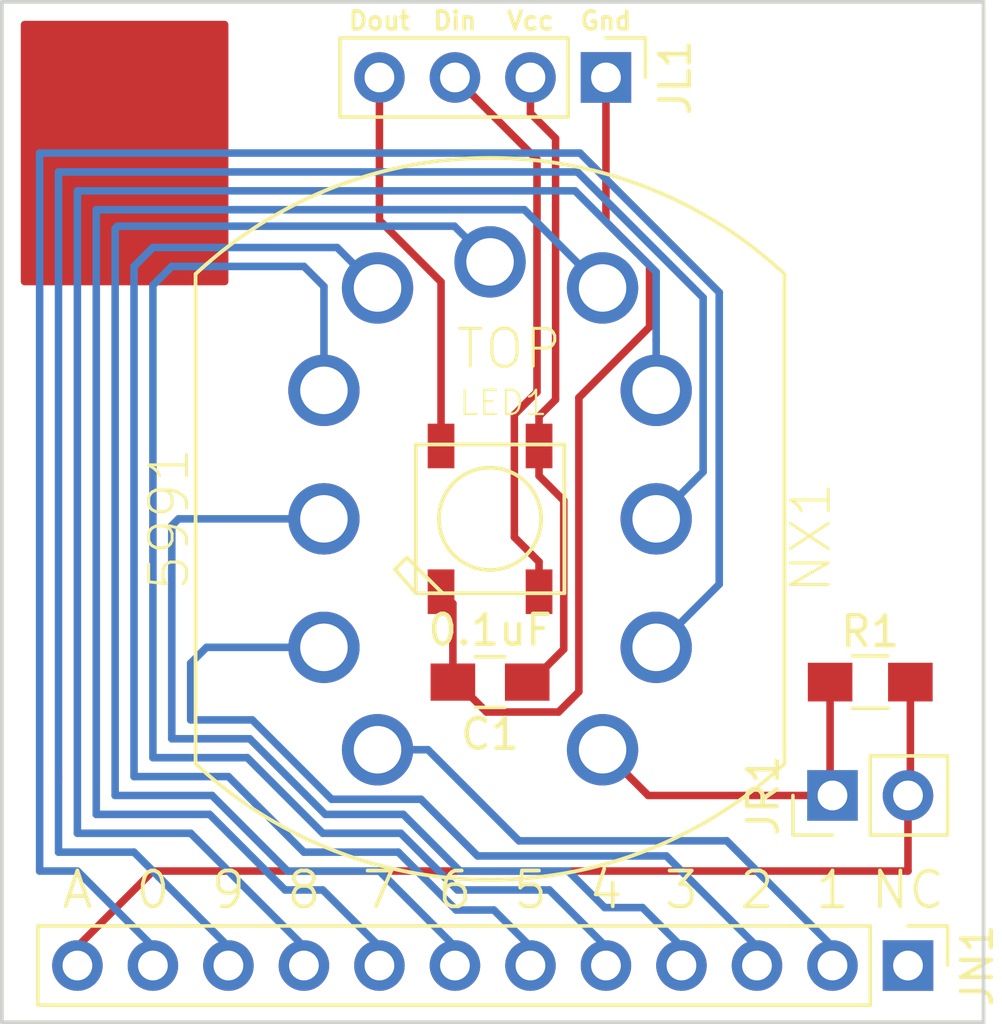
<source format=kicad_pcb>
(kicad_pcb (version 4) (host pcbnew 4.0.6)

  (general
    (links 0)
    (no_connects 10)
    (area 132.016499 87.566499 165.163501 121.348501)
    (thickness 1.6002)
    (drawings 21)
    (tracks 125)
    (zones 0)
    (modules 8)
    (nets 18)
  )

  (page A4)
  (layers
    (0 F.Cu signal)
    (31 B.Cu signal)
    (34 B.Paste user)
    (35 F.Paste user)
    (36 B.SilkS user)
    (37 F.SilkS user)
    (38 B.Mask user)
    (39 F.Mask user)
    (44 Edge.Cuts user)
  )

  (setup
    (last_trace_width 0.254)
    (user_trace_width 0.1524)
    (user_trace_width 0.2)
    (user_trace_width 0.25)
    (user_trace_width 0.3)
    (user_trace_width 0.4)
    (user_trace_width 0.5)
    (user_trace_width 0.6)
    (user_trace_width 0.8)
    (trace_clearance 0.254)
    (zone_clearance 0.1524)
    (zone_45_only no)
    (trace_min 0.1524)
    (segment_width 0.127)
    (edge_width 0.127)
    (via_size 0.6858)
    (via_drill 0.3302)
    (via_min_size 0.6858)
    (via_min_drill 0.3302)
    (uvia_size 0.508)
    (uvia_drill 0.127)
    (uvias_allowed no)
    (uvia_min_size 0.508)
    (uvia_min_drill 0.127)
    (pcb_text_width 0.127)
    (pcb_text_size 0.6 0.6)
    (mod_edge_width 0.127)
    (mod_text_size 0.6 0.6)
    (mod_text_width 0.127)
    (pad_size 1.524 1.524)
    (pad_drill 0.762)
    (pad_to_mask_clearance 0.05)
    (pad_to_paste_clearance -0.04)
    (aux_axis_origin 0 0)
    (grid_origin 160.02 119.38)
    (visible_elements 7FFFFF7F)
    (pcbplotparams
      (layerselection 0x3ffff_80000001)
      (usegerberextensions true)
      (usegerberattributes true)
      (excludeedgelayer true)
      (linewidth 0.127000)
      (plotframeref false)
      (viasonmask false)
      (mode 1)
      (useauxorigin false)
      (hpglpennumber 1)
      (hpglpenspeed 20)
      (hpglpendiameter 15)
      (hpglpenoverlay 2)
      (psnegative false)
      (psa4output false)
      (plotreference true)
      (plotvalue true)
      (plotinvisibletext false)
      (padsonsilk false)
      (subtractmaskfromsilk false)
      (outputformat 1)
      (mirror false)
      (drillshape 0)
      (scaleselection 1)
      (outputdirectory CAM/))
  )

  (net 0 "")
  (net 1 "Net-(C1-Pad1)")
  (net 2 "Net-(C1-Pad2)")
  (net 3 "Net-(JL1-Pad3)")
  (net 4 "Net-(JL1-Pad4)")
  (net 5 "Net-(JN1-Pad1)")
  (net 6 "Net-(JN1-Pad2)")
  (net 7 "Net-(JN1-Pad3)")
  (net 8 "Net-(JN1-Pad4)")
  (net 9 "Net-(JN1-Pad5)")
  (net 10 "Net-(JN1-Pad6)")
  (net 11 "Net-(JN1-Pad7)")
  (net 12 "Net-(JN1-Pad8)")
  (net 13 "Net-(JN1-Pad9)")
  (net 14 "Net-(JN1-Pad10)")
  (net 15 "Net-(JN1-Pad11)")
  (net 16 "Net-(JN1-Pad12)")
  (net 17 "Net-(JR1-Pad1)")

  (net_class Default "Imperial - this is the standard class"
    (clearance 0.254)
    (trace_width 0.254)
    (via_dia 0.6858)
    (via_drill 0.3302)
    (uvia_dia 0.508)
    (uvia_drill 0.127)
    (add_net "Net-(C1-Pad1)")
    (add_net "Net-(C1-Pad2)")
    (add_net "Net-(JL1-Pad3)")
    (add_net "Net-(JL1-Pad4)")
    (add_net "Net-(JN1-Pad1)")
    (add_net "Net-(JN1-Pad10)")
    (add_net "Net-(JN1-Pad11)")
    (add_net "Net-(JN1-Pad12)")
    (add_net "Net-(JN1-Pad2)")
    (add_net "Net-(JN1-Pad3)")
    (add_net "Net-(JN1-Pad4)")
    (add_net "Net-(JN1-Pad5)")
    (add_net "Net-(JN1-Pad6)")
    (add_net "Net-(JN1-Pad7)")
    (add_net "Net-(JN1-Pad8)")
    (add_net "Net-(JN1-Pad9)")
    (add_net "Net-(JR1-Pad1)")
  )

  (net_class 0.2mm ""
    (clearance 0.2)
    (trace_width 0.2)
    (via_dia 0.6858)
    (via_drill 0.3302)
    (uvia_dia 0.508)
    (uvia_drill 0.127)
  )

  (net_class Minimal ""
    (clearance 0.1524)
    (trace_width 0.1524)
    (via_dia 0.6858)
    (via_drill 0.3302)
    (uvia_dia 0.508)
    (uvia_drill 0.127)
  )

  (module Capacitors_SMD:C_0805_HandSoldering (layer F.Cu) (tedit 592C9D89) (tstamp 592EAD86)
    (at 148.5011 110.49 180)
    (descr "Capacitor SMD 0805, hand soldering")
    (tags "capacitor 0805")
    (path /592C7A4C)
    (attr smd)
    (fp_text reference C1 (at 0 -1.75 180) (layer F.SilkS)
      (effects (font (size 1 1) (thickness 0.15)))
    )
    (fp_text value 0.1uF (at 0 1.75 180) (layer F.SilkS)
      (effects (font (size 1 1) (thickness 0.15)))
    )
    (fp_text user %R (at 0 -1.75 180) (layer F.Fab)
      (effects (font (size 1 1) (thickness 0.15)))
    )
    (fp_line (start -1 0.62) (end -1 -0.62) (layer F.Fab) (width 0.1))
    (fp_line (start 1 0.62) (end -1 0.62) (layer F.Fab) (width 0.1))
    (fp_line (start 1 -0.62) (end 1 0.62) (layer F.Fab) (width 0.1))
    (fp_line (start -1 -0.62) (end 1 -0.62) (layer F.Fab) (width 0.1))
    (fp_line (start 0.5 -0.85) (end -0.5 -0.85) (layer F.SilkS) (width 0.12))
    (fp_line (start -0.5 0.85) (end 0.5 0.85) (layer F.SilkS) (width 0.12))
    (fp_line (start -2.25 -0.88) (end 2.25 -0.88) (layer F.CrtYd) (width 0.05))
    (fp_line (start -2.25 -0.88) (end -2.25 0.87) (layer F.CrtYd) (width 0.05))
    (fp_line (start 2.25 0.87) (end 2.25 -0.88) (layer F.CrtYd) (width 0.05))
    (fp_line (start 2.25 0.87) (end -2.25 0.87) (layer F.CrtYd) (width 0.05))
    (pad 1 smd rect (at -1.25 0 180) (size 1.5 1.25) (layers F.Cu F.Paste F.Mask)
      (net 1 "Net-(C1-Pad1)"))
    (pad 2 smd rect (at 1.25 0 180) (size 1.5 1.25) (layers F.Cu F.Paste F.Mask)
      (net 2 "Net-(C1-Pad2)"))
    (model Capacitors_SMD.3dshapes/C_0805.wrl
      (at (xyz 0 0 0))
      (scale (xyz 1 1 1))
      (rotate (xyz 0 0 0))
    )
  )

  (module Pin_Headers:Pin_Header_Straight_1x04_Pitch2.54mm (layer F.Cu) (tedit 58CD4EC1) (tstamp 592EAD9D)
    (at 152.4 90.17 270)
    (descr "Through hole straight pin header, 1x04, 2.54mm pitch, single row")
    (tags "Through hole pin header THT 1x04 2.54mm single row")
    (path /592C754C)
    (fp_text reference JL1 (at 0 -2.33 270) (layer F.SilkS)
      (effects (font (size 1 1) (thickness 0.15)))
    )
    (fp_text value led (at 0 9.95 270) (layer F.Fab)
      (effects (font (size 1 1) (thickness 0.15)))
    )
    (fp_line (start -1.27 -1.27) (end -1.27 8.89) (layer F.Fab) (width 0.1))
    (fp_line (start -1.27 8.89) (end 1.27 8.89) (layer F.Fab) (width 0.1))
    (fp_line (start 1.27 8.89) (end 1.27 -1.27) (layer F.Fab) (width 0.1))
    (fp_line (start 1.27 -1.27) (end -1.27 -1.27) (layer F.Fab) (width 0.1))
    (fp_line (start -1.33 1.27) (end -1.33 8.95) (layer F.SilkS) (width 0.12))
    (fp_line (start -1.33 8.95) (end 1.33 8.95) (layer F.SilkS) (width 0.12))
    (fp_line (start 1.33 8.95) (end 1.33 1.27) (layer F.SilkS) (width 0.12))
    (fp_line (start 1.33 1.27) (end -1.33 1.27) (layer F.SilkS) (width 0.12))
    (fp_line (start -1.33 0) (end -1.33 -1.33) (layer F.SilkS) (width 0.12))
    (fp_line (start -1.33 -1.33) (end 0 -1.33) (layer F.SilkS) (width 0.12))
    (fp_line (start -1.8 -1.8) (end -1.8 9.4) (layer F.CrtYd) (width 0.05))
    (fp_line (start -1.8 9.4) (end 1.8 9.4) (layer F.CrtYd) (width 0.05))
    (fp_line (start 1.8 9.4) (end 1.8 -1.8) (layer F.CrtYd) (width 0.05))
    (fp_line (start 1.8 -1.8) (end -1.8 -1.8) (layer F.CrtYd) (width 0.05))
    (fp_text user %R (at 0 -2.33 270) (layer F.Fab)
      (effects (font (size 1 1) (thickness 0.15)))
    )
    (pad 1 thru_hole rect (at 0 0 270) (size 1.7 1.7) (drill 1) (layers *.Cu *.Mask)
      (net 2 "Net-(C1-Pad2)"))
    (pad 2 thru_hole oval (at 0 2.54 270) (size 1.7 1.7) (drill 1) (layers *.Cu *.Mask)
      (net 1 "Net-(C1-Pad1)"))
    (pad 3 thru_hole oval (at 0 5.08 270) (size 1.7 1.7) (drill 1) (layers *.Cu *.Mask)
      (net 3 "Net-(JL1-Pad3)"))
    (pad 4 thru_hole oval (at 0 7.62 270) (size 1.7 1.7) (drill 1) (layers *.Cu *.Mask)
      (net 4 "Net-(JL1-Pad4)"))
    (model ${KISYS3DMOD}/Pin_Headers.3dshapes/Pin_Header_Straight_1x04_Pitch2.54mm.wrl
      (at (xyz 0 -0.15 0))
      (scale (xyz 1 1 1))
      (rotate (xyz 0 0 90))
    )
  )

  (module Pin_Headers:Pin_Header_Straight_1x12_Pitch2.54mm (layer F.Cu) (tedit 58CD4EC2) (tstamp 592EADBC)
    (at 162.56 120.015 270)
    (descr "Through hole straight pin header, 1x12, 2.54mm pitch, single row")
    (tags "Through hole pin header THT 1x12 2.54mm single row")
    (path /592C7388)
    (fp_text reference JN1 (at 0 -2.33 270) (layer F.SilkS)
      (effects (font (size 1 1) (thickness 0.15)))
    )
    (fp_text value nixie (at 0 30.27 270) (layer F.Fab)
      (effects (font (size 1 1) (thickness 0.15)))
    )
    (fp_line (start -1.27 -1.27) (end -1.27 29.21) (layer F.Fab) (width 0.1))
    (fp_line (start -1.27 29.21) (end 1.27 29.21) (layer F.Fab) (width 0.1))
    (fp_line (start 1.27 29.21) (end 1.27 -1.27) (layer F.Fab) (width 0.1))
    (fp_line (start 1.27 -1.27) (end -1.27 -1.27) (layer F.Fab) (width 0.1))
    (fp_line (start -1.33 1.27) (end -1.33 29.27) (layer F.SilkS) (width 0.12))
    (fp_line (start -1.33 29.27) (end 1.33 29.27) (layer F.SilkS) (width 0.12))
    (fp_line (start 1.33 29.27) (end 1.33 1.27) (layer F.SilkS) (width 0.12))
    (fp_line (start 1.33 1.27) (end -1.33 1.27) (layer F.SilkS) (width 0.12))
    (fp_line (start -1.33 0) (end -1.33 -1.33) (layer F.SilkS) (width 0.12))
    (fp_line (start -1.33 -1.33) (end 0 -1.33) (layer F.SilkS) (width 0.12))
    (fp_line (start -1.8 -1.8) (end -1.8 29.75) (layer F.CrtYd) (width 0.05))
    (fp_line (start -1.8 29.75) (end 1.8 29.75) (layer F.CrtYd) (width 0.05))
    (fp_line (start 1.8 29.75) (end 1.8 -1.8) (layer F.CrtYd) (width 0.05))
    (fp_line (start 1.8 -1.8) (end -1.8 -1.8) (layer F.CrtYd) (width 0.05))
    (fp_text user %R (at 0 -2.33 270) (layer F.Fab)
      (effects (font (size 1 1) (thickness 0.15)))
    )
    (pad 1 thru_hole rect (at 0 0 270) (size 1.7 1.7) (drill 1) (layers *.Cu *.Mask)
      (net 5 "Net-(JN1-Pad1)"))
    (pad 2 thru_hole oval (at 0 2.54 270) (size 1.7 1.7) (drill 1) (layers *.Cu *.Mask)
      (net 6 "Net-(JN1-Pad2)"))
    (pad 3 thru_hole oval (at 0 5.08 270) (size 1.7 1.7) (drill 1) (layers *.Cu *.Mask)
      (net 7 "Net-(JN1-Pad3)"))
    (pad 4 thru_hole oval (at 0 7.62 270) (size 1.7 1.7) (drill 1) (layers *.Cu *.Mask)
      (net 8 "Net-(JN1-Pad4)"))
    (pad 5 thru_hole oval (at 0 10.16 270) (size 1.7 1.7) (drill 1) (layers *.Cu *.Mask)
      (net 9 "Net-(JN1-Pad5)"))
    (pad 6 thru_hole oval (at 0 12.7 270) (size 1.7 1.7) (drill 1) (layers *.Cu *.Mask)
      (net 10 "Net-(JN1-Pad6)"))
    (pad 7 thru_hole oval (at 0 15.24 270) (size 1.7 1.7) (drill 1) (layers *.Cu *.Mask)
      (net 11 "Net-(JN1-Pad7)"))
    (pad 8 thru_hole oval (at 0 17.78 270) (size 1.7 1.7) (drill 1) (layers *.Cu *.Mask)
      (net 12 "Net-(JN1-Pad8)"))
    (pad 9 thru_hole oval (at 0 20.32 270) (size 1.7 1.7) (drill 1) (layers *.Cu *.Mask)
      (net 13 "Net-(JN1-Pad9)"))
    (pad 10 thru_hole oval (at 0 22.86 270) (size 1.7 1.7) (drill 1) (layers *.Cu *.Mask)
      (net 14 "Net-(JN1-Pad10)"))
    (pad 11 thru_hole oval (at 0 25.4 270) (size 1.7 1.7) (drill 1) (layers *.Cu *.Mask)
      (net 15 "Net-(JN1-Pad11)"))
    (pad 12 thru_hole oval (at 0 27.94 270) (size 1.7 1.7) (drill 1) (layers *.Cu *.Mask)
      (net 16 "Net-(JN1-Pad12)"))
    (model ${KISYS3DMOD}/Pin_Headers.3dshapes/Pin_Header_Straight_1x12_Pitch2.54mm.wrl
      (at (xyz 0 -0.55 0))
      (scale (xyz 1 1 1))
      (rotate (xyz 0 0 90))
    )
  )

  (module Pin_Headers:Pin_Header_Straight_1x02_Pitch2.54mm (layer F.Cu) (tedit 58CD4EC1) (tstamp 592EADD1)
    (at 160.02 114.3 90)
    (descr "Through hole straight pin header, 1x02, 2.54mm pitch, single row")
    (tags "Through hole pin header THT 1x02 2.54mm single row")
    (path /592C801E)
    (fp_text reference JR1 (at 0 -2.33 90) (layer F.SilkS)
      (effects (font (size 1 1) (thickness 0.15)))
    )
    (fp_text value jumper (at 0 4.87 90) (layer F.Fab)
      (effects (font (size 1 1) (thickness 0.15)))
    )
    (fp_line (start -1.27 -1.27) (end -1.27 3.81) (layer F.Fab) (width 0.1))
    (fp_line (start -1.27 3.81) (end 1.27 3.81) (layer F.Fab) (width 0.1))
    (fp_line (start 1.27 3.81) (end 1.27 -1.27) (layer F.Fab) (width 0.1))
    (fp_line (start 1.27 -1.27) (end -1.27 -1.27) (layer F.Fab) (width 0.1))
    (fp_line (start -1.33 1.27) (end -1.33 3.87) (layer F.SilkS) (width 0.12))
    (fp_line (start -1.33 3.87) (end 1.33 3.87) (layer F.SilkS) (width 0.12))
    (fp_line (start 1.33 3.87) (end 1.33 1.27) (layer F.SilkS) (width 0.12))
    (fp_line (start 1.33 1.27) (end -1.33 1.27) (layer F.SilkS) (width 0.12))
    (fp_line (start -1.33 0) (end -1.33 -1.33) (layer F.SilkS) (width 0.12))
    (fp_line (start -1.33 -1.33) (end 0 -1.33) (layer F.SilkS) (width 0.12))
    (fp_line (start -1.8 -1.8) (end -1.8 4.35) (layer F.CrtYd) (width 0.05))
    (fp_line (start -1.8 4.35) (end 1.8 4.35) (layer F.CrtYd) (width 0.05))
    (fp_line (start 1.8 4.35) (end 1.8 -1.8) (layer F.CrtYd) (width 0.05))
    (fp_line (start 1.8 -1.8) (end -1.8 -1.8) (layer F.CrtYd) (width 0.05))
    (fp_text user %R (at 0 -2.33 90) (layer F.Fab)
      (effects (font (size 1 1) (thickness 0.15)))
    )
    (pad 1 thru_hole rect (at 0 0 90) (size 1.7 1.7) (drill 1) (layers *.Cu *.Mask)
      (net 17 "Net-(JR1-Pad1)"))
    (pad 2 thru_hole oval (at 0 2.54 90) (size 1.7 1.7) (drill 1) (layers *.Cu *.Mask)
      (net 16 "Net-(JN1-Pad12)"))
    (model ${KISYS3DMOD}/Pin_Headers.3dshapes/Pin_Header_Straight_1x02_Pitch2.54mm.wrl
      (at (xyz 0 -0.05 0))
      (scale (xyz 1 1 1))
      (rotate (xyz 0 0 90))
    )
  )

  (module adafruit:adafruit-WS2812B (layer F.Cu) (tedit 592C8129) (tstamp 592EADE4)
    (at 148.5011 105.0036 90)
    (path /592C7523)
    (attr smd)
    (fp_text reference LED1 (at 3.8989 0.4445 360) (layer F.SilkS)
      (effects (font (size 0.8128 0.8128) (thickness 0.0762)))
    )
    (fp_text value WS2812B5050 (at 0 0 90) (layer F.SilkS) hide
      (effects (font (thickness 0.15)))
    )
    (fp_line (start 2.49936 2.49936) (end -2.49936 2.49936) (layer F.SilkS) (width 0.127))
    (fp_line (start -2.49936 2.49936) (end -2.49936 -1.59766) (layer F.SilkS) (width 0.127))
    (fp_line (start -2.49936 -1.59766) (end -2.49936 -2.49936) (layer F.SilkS) (width 0.127))
    (fp_line (start -2.49936 -2.49936) (end -1.59766 -2.49936) (layer F.SilkS) (width 0.127))
    (fp_line (start -1.59766 -2.49936) (end 2.49936 -2.49936) (layer F.SilkS) (width 0.127))
    (fp_line (start 2.49936 -2.49936) (end 2.49936 2.49936) (layer F.SilkS) (width 0.127))
    (fp_line (start -2.49936 -1.59766) (end -1.59766 -2.49936) (layer F.SilkS) (width 0.127))
    (fp_line (start -1.59766 -2.49936) (end -1.29794 -2.79908) (layer F.SilkS) (width 0.127))
    (fp_line (start -1.29794 -2.79908) (end -1.69926 -3.19786) (layer F.SilkS) (width 0.127))
    (fp_line (start -1.69926 -3.19786) (end -2.49936 -2.49936) (layer F.SilkS) (width 0.127))
    (fp_circle (center 0 0) (end 0 -1.71958) (layer F.SilkS) (width 0.127))
    (pad 1-VD smd rect (at 2.44856 1.64846 270) (size 1.4986 0.89916) (layers F.Cu F.Paste F.Mask)
      (net 1 "Net-(C1-Pad1)"))
    (pad 2-DO smd rect (at 2.44856 -1.64846 270) (size 1.4986 0.89916) (layers F.Cu F.Paste F.Mask)
      (net 4 "Net-(JL1-Pad4)"))
    (pad 3-GN smd rect (at -2.44856 -1.64846 270) (size 1.4986 0.89916) (layers F.Cu F.Paste F.Mask)
      (net 2 "Net-(C1-Pad2)"))
    (pad 4-DI smd rect (at -2.44856 1.64846 270) (size 1.4986 0.89916) (layers F.Cu F.Paste F.Mask)
      (net 3 "Net-(JL1-Pad3)"))
  )

  (module mynixies:mynixies-5991-D-SUB (layer F.Cu) (tedit 592C814C) (tstamp 592EADFC)
    (at 148.5011 105.0036)
    (path /592C7347)
    (attr virtual)
    (fp_text reference NX1 (at 10.795 0.635 270) (layer F.SilkS)
      (effects (font (size 1.27 1.27) (thickness 0.1016)))
    )
    (fp_text value 5991 (at -10.795 0 90) (layer F.SilkS)
      (effects (font (size 1.27 1.27) (thickness 0.1016)))
    )
    (fp_line (start -9.906 -8.22706) (end -9.906 -8.22706) (layer F.SilkS) (width 0.127))
    (fp_line (start -9.906 -8.22706) (end -9.906 8.22706) (layer F.SilkS) (width 0.127))
    (fp_line (start -9.906 8.22706) (end -9.906 8.22706) (layer F.SilkS) (width 0.127))
    (fp_line (start 9.906 -8.22706) (end 9.906 -8.22706) (layer F.SilkS) (width 0.127))
    (fp_line (start 9.906 -8.22706) (end 9.906 8.22706) (layer F.SilkS) (width 0.127))
    (fp_line (start 9.906 8.22706) (end 9.906 8.22706) (layer F.SilkS) (width 0.127))
    (fp_arc (start 0 2.39268) (end -9.906 -8.22706) (angle 86) (layer F.SilkS) (width 0.127))
    (fp_arc (start 0 -2.39268) (end 9.906 8.22706) (angle 86) (layer F.SilkS) (width 0.127))
    (fp_text user TOP (at 0.635 -5.715) (layer F.SilkS)
      (effects (font (size 1.27 1.27) (thickness 0.1016)))
    )
    (pad 0 thru_hole circle (at 5.588 4.318) (size 2.39776 2.39776) (drill 1.59766) (layers *.Cu *.Paste *.Mask)
      (net 15 "Net-(JN1-Pad11)"))
    (pad 1 thru_hole circle (at -3.7846 7.7597) (size 2.39776 2.39776) (drill 1.59766) (layers *.Cu *.Paste *.Mask)
      (net 6 "Net-(JN1-Pad2)"))
    (pad 2 thru_hole circle (at -5.588 4.318) (size 2.39776 2.39776) (drill 1.59766) (layers *.Cu *.Paste *.Mask)
      (net 7 "Net-(JN1-Pad3)"))
    (pad 3 thru_hole circle (at -5.588 0) (size 2.39776 2.39776) (drill 1.59766) (layers *.Cu *.Paste *.Mask)
      (net 8 "Net-(JN1-Pad4)"))
    (pad 4 thru_hole circle (at -5.588 -4.318) (size 2.39776 2.39776) (drill 1.59766) (layers *.Cu *.Paste *.Mask)
      (net 9 "Net-(JN1-Pad5)"))
    (pad 5 thru_hole circle (at -3.7846 -7.7597) (size 2.39776 2.39776) (drill 1.59766) (layers *.Cu *.Paste *.Mask)
      (net 10 "Net-(JN1-Pad6)"))
    (pad 6 thru_hole circle (at 0 -8.636) (size 2.39776 2.39776) (drill 1.59766) (layers *.Cu *.Paste *.Mask)
      (net 11 "Net-(JN1-Pad7)"))
    (pad 7 thru_hole circle (at 3.7846 -7.7597) (size 2.39776 2.39776) (drill 1.59766) (layers *.Cu *.Paste *.Mask)
      (net 12 "Net-(JN1-Pad8)"))
    (pad 8 thru_hole circle (at 5.588 -4.318) (size 2.39776 2.39776) (drill 1.59766) (layers *.Cu *.Paste *.Mask)
      (net 13 "Net-(JN1-Pad9)"))
    (pad 9 thru_hole circle (at 5.588 0) (size 2.39776 2.39776) (drill 1.59766) (layers *.Cu *.Paste *.Mask)
      (net 14 "Net-(JN1-Pad10)"))
    (pad A thru_hole circle (at 3.7846 7.7597) (size 2.39776 2.39776) (drill 1.59766) (layers *.Cu *.Paste *.Mask)
      (net 17 "Net-(JR1-Pad1)"))
  )

  (module Resistors_SMD:R_0805_HandSoldering (layer F.Cu) (tedit 58E0A804) (tstamp 592EAE0D)
    (at 161.29 110.49)
    (descr "Resistor SMD 0805, hand soldering")
    (tags "resistor 0805")
    (path /592C7A6F)
    (attr smd)
    (fp_text reference R1 (at 0 -1.7) (layer F.SilkS)
      (effects (font (size 1 1) (thickness 0.15)))
    )
    (fp_text value R (at 0 1.75) (layer F.Fab)
      (effects (font (size 1 1) (thickness 0.15)))
    )
    (fp_text user %R (at 0 0) (layer F.Fab)
      (effects (font (size 0.5 0.5) (thickness 0.075)))
    )
    (fp_line (start -1 0.62) (end -1 -0.62) (layer F.Fab) (width 0.1))
    (fp_line (start 1 0.62) (end -1 0.62) (layer F.Fab) (width 0.1))
    (fp_line (start 1 -0.62) (end 1 0.62) (layer F.Fab) (width 0.1))
    (fp_line (start -1 -0.62) (end 1 -0.62) (layer F.Fab) (width 0.1))
    (fp_line (start 0.6 0.88) (end -0.6 0.88) (layer F.SilkS) (width 0.12))
    (fp_line (start -0.6 -0.88) (end 0.6 -0.88) (layer F.SilkS) (width 0.12))
    (fp_line (start -2.35 -0.9) (end 2.35 -0.9) (layer F.CrtYd) (width 0.05))
    (fp_line (start -2.35 -0.9) (end -2.35 0.9) (layer F.CrtYd) (width 0.05))
    (fp_line (start 2.35 0.9) (end 2.35 -0.9) (layer F.CrtYd) (width 0.05))
    (fp_line (start 2.35 0.9) (end -2.35 0.9) (layer F.CrtYd) (width 0.05))
    (pad 1 smd rect (at -1.35 0) (size 1.5 1.3) (layers F.Cu F.Paste F.Mask)
      (net 17 "Net-(JR1-Pad1)"))
    (pad 2 smd rect (at 1.35 0) (size 1.5 1.3) (layers F.Cu F.Paste F.Mask)
      (net 16 "Net-(JN1-Pad12)"))
    (model ${KISYS3DMOD}/Resistors_SMD.3dshapes/R_0805.wrl
      (at (xyz 0 0 0))
      (scale (xyz 1 1 1))
      (rotate (xyz 0 0 0))
    )
  )

  (module logos:mermaid_l (layer F.Cu) (tedit 0) (tstamp 592FCD15)
    (at 135.255 92.71)
    (fp_text reference G*** (at 0 0) (layer F.SilkS) hide
      (effects (font (thickness 0.3)))
    )
    (fp_text value LOGO (at 0.75 0) (layer F.SilkS) hide
      (effects (font (thickness 0.3)))
    )
    (fp_poly (pts (xy 0.016811 -3.773536) (xy 0.035492 -3.771585) (xy 0.039687 -3.770741) (xy 0.079417 -3.757244)
      (xy 0.111324 -3.737775) (xy 0.124832 -3.725513) (xy 0.142677 -3.704599) (xy 0.153161 -3.684612)
      (xy 0.15793 -3.661447) (xy 0.15875 -3.64097) (xy 0.158058 -3.61993) (xy 0.155124 -3.604749)
      (xy 0.148654 -3.590748) (xy 0.141938 -3.580059) (xy 0.122141 -3.557766) (xy 0.098998 -3.544256)
      (xy 0.074141 -3.539962) (xy 0.049199 -3.545313) (xy 0.036501 -3.55221) (xy 0.025568 -3.560763)
      (xy 0.019906 -3.570026) (xy 0.017449 -3.584153) (xy 0.016932 -3.59157) (xy 0.016648 -3.608477)
      (xy 0.018904 -3.618133) (xy 0.024587 -3.623743) (xy 0.026084 -3.624592) (xy 0.039465 -3.627784)
      (xy 0.050441 -3.626922) (xy 0.059967 -3.622881) (xy 0.061919 -3.615123) (xy 0.060823 -3.608777)
      (xy 0.060289 -3.596153) (xy 0.064906 -3.590901) (xy 0.073078 -3.592235) (xy 0.083211 -3.599369)
      (xy 0.093713 -3.61152) (xy 0.102989 -3.6279) (xy 0.103896 -3.629997) (xy 0.108418 -3.643365)
      (xy 0.108287 -3.6547) (xy 0.103467 -3.669685) (xy 0.087643 -3.698859) (xy 0.064252 -3.721926)
      (xy 0.050164 -3.731216) (xy 0.036916 -3.737802) (xy 0.022748 -3.741623) (xy 0.004134 -3.743365)
      (xy -0.014288 -3.743716) (xy -0.040147 -3.742911) (xy -0.057394 -3.740394) (xy -0.064294 -3.73724)
      (xy -0.073648 -3.731439) (xy -0.077728 -3.730626) (xy -0.088165 -3.726605) (xy -0.102163 -3.716065)
      (xy -0.117406 -3.701291) (xy -0.131579 -3.684564) (xy -0.142367 -3.668169) (xy -0.143717 -3.665542)
      (xy -0.151883 -3.648712) (xy -0.159332 -3.633251) (xy -0.163088 -3.620111) (xy -0.165384 -3.598867)
      (xy -0.16631 -3.568514) (xy -0.166318 -3.553876) (xy -0.166026 -3.5265) (xy -0.165145 -3.506715)
      (xy -0.163111 -3.491529) (xy -0.159359 -3.477949) (xy -0.153324 -3.462983) (xy -0.14625 -3.447521)
      (xy -0.121753 -3.405235) (xy -0.0903 -3.36927) (xy -0.051325 -3.33924) (xy -0.004264 -3.314759)
      (xy 0.051447 -3.295441) (xy 0.089958 -3.28602) (xy 0.119366 -3.282227) (xy 0.156195 -3.281263)
      (xy 0.197719 -3.282946) (xy 0.241212 -3.28709) (xy 0.283951 -3.293513) (xy 0.321687 -3.301638)
      (xy 0.342155 -3.307861) (xy 0.360849 -3.315263) (xy 0.376278 -3.322945) (xy 0.386953 -3.330006)
      (xy 0.391385 -3.335547) (xy 0.388082 -3.338667) (xy 0.383597 -3.339042) (xy 0.373649 -3.342219)
      (xy 0.357833 -3.350734) (xy 0.338335 -3.36306) (xy 0.317344 -3.377673) (xy 0.297047 -3.393046)
      (xy 0.279632 -3.407655) (xy 0.267286 -3.419973) (xy 0.26692 -3.420407) (xy 0.246827 -3.446164)
      (xy 0.232225 -3.469838) (xy 0.221889 -3.494463) (xy 0.214597 -3.523071) (xy 0.209127 -3.558694)
      (xy 0.208269 -3.565849) (xy 0.208225 -3.599519) (xy 0.214696 -3.635439) (xy 0.226608 -3.670269)
      (xy 0.242885 -3.700666) (xy 0.257355 -3.718587) (xy 0.284712 -3.739246) (xy 0.316451 -3.752322)
      (xy 0.350326 -3.757709) (xy 0.384089 -3.755304) (xy 0.415495 -3.745003) (xy 0.441854 -3.727116)
      (xy 0.456743 -3.708989) (xy 0.464158 -3.687733) (xy 0.465666 -3.667574) (xy 0.46447 -3.649678)
      (xy 0.459418 -3.636679) (xy 0.44831 -3.623019) (xy 0.447843 -3.622523) (xy 0.432662 -3.60928)
      (xy 0.418526 -3.60395) (xy 0.413448 -3.603625) (xy 0.394908 -3.608269) (xy 0.381565 -3.620647)
      (xy 0.375782 -3.638431) (xy 0.375708 -3.640833) (xy 0.378805 -3.655072) (xy 0.386689 -3.660815)
      (xy 0.397247 -3.657238) (xy 0.40302 -3.65151) (xy 0.411119 -3.643576) (xy 0.417703 -3.64383)
      (xy 0.420717 -3.645984) (xy 0.426691 -3.656909) (xy 0.428309 -3.673525) (xy 0.425542 -3.691863)
      (xy 0.421138 -3.703294) (xy 0.410709 -3.716673) (xy 0.399156 -3.725521) (xy 0.381042 -3.731036)
      (xy 0.358057 -3.732598) (xy 0.335132 -3.730244) (xy 0.318905 -3.724949) (xy 0.298369 -3.711409)
      (xy 0.278961 -3.693672) (xy 0.264484 -3.675356) (xy 0.26187 -3.670693) (xy 0.258107 -3.658302)
      (xy 0.255508 -3.640465) (xy 0.254155 -3.620218) (xy 0.254128 -3.6006) (xy 0.25551 -3.584648)
      (xy 0.258381 -3.5754) (xy 0.259291 -3.574521) (xy 0.263387 -3.567227) (xy 0.264583 -3.558334)
      (xy 0.266434 -3.54854) (xy 0.269875 -3.545417) (xy 0.274956 -3.541344) (xy 0.275166 -3.539772)
      (xy 0.278369 -3.532005) (xy 0.286651 -3.519125) (xy 0.298022 -3.503894) (xy 0.310492 -3.489074)
      (xy 0.315691 -3.483521) (xy 0.332808 -3.469181) (xy 0.356966 -3.453086) (xy 0.385192 -3.436898)
      (xy 0.41451 -3.422278) (xy 0.441945 -3.410886) (xy 0.451563 -3.407656) (xy 0.513508 -3.39253)
      (xy 0.572008 -3.386659) (xy 0.6285 -3.390216) (xy 0.684423 -3.403376) (xy 0.741216 -3.42631)
      (xy 0.78052 -3.447259) (xy 0.817352 -3.46804) (xy 0.848125 -3.483558) (xy 0.875501 -3.494552)
      (xy 0.902139 -3.501759) (xy 0.9307 -3.505917) (xy 0.963843 -3.507764) (xy 0.999762 -3.50806)
      (xy 1.029829 -3.507596) (xy 1.058475 -3.506543) (xy 1.08289 -3.505047) (xy 1.100268 -3.50325)
      (xy 1.103312 -3.502746) (xy 1.124251 -3.498943) (xy 1.148566 -3.494739) (xy 1.16152 -3.492588)
      (xy 1.183437 -3.488718) (xy 1.205109 -3.484407) (xy 1.21576 -3.482026) (xy 1.242534 -3.475574)
      (xy 1.261268 -3.470981) (xy 1.27422 -3.467665) (xy 1.283649 -3.465044) (xy 1.29181 -3.462534)
      (xy 1.293812 -3.46189) (xy 1.330054 -3.447173) (xy 1.362613 -3.428217) (xy 1.390124 -3.406284)
      (xy 1.411222 -3.382636) (xy 1.42454 -3.358536) (xy 1.428749 -3.337087) (xy 1.430965 -3.31796)
      (xy 1.436932 -3.293293) (xy 1.445634 -3.266996) (xy 1.4496 -3.257021) (xy 1.460028 -3.223921)
      (xy 1.465344 -3.188889) (xy 1.465701 -3.173183) (xy 1.465206 -3.152449) (xy 1.465622 -3.140318)
      (xy 1.467505 -3.134815) (xy 1.471411 -3.133966) (xy 1.476375 -3.135313) (xy 1.485246 -3.136563)
      (xy 1.485546 -3.132317) (xy 1.477379 -3.123141) (xy 1.473497 -3.119686) (xy 1.464568 -3.110292)
      (xy 1.463129 -3.101507) (xy 1.465406 -3.093994) (xy 1.472998 -3.082438) (xy 1.485846 -3.06985)
      (xy 1.491895 -3.065257) (xy 1.507592 -3.051442) (xy 1.513053 -3.038041) (xy 1.508312 -3.023896)
      (xy 1.493572 -3.007997) (xy 1.481954 -2.996879) (xy 1.477871 -2.989625) (xy 1.480148 -2.984092)
      (xy 1.480343 -2.983889) (xy 1.48489 -2.973373) (xy 1.486712 -2.956585) (xy 1.485771 -2.93749)
      (xy 1.482027 -2.920051) (xy 1.481007 -2.917281) (xy 1.468042 -2.883178) (xy 1.459777 -2.85676)
      (xy 1.455764 -2.836468) (xy 1.455208 -2.827306) (xy 1.451635 -2.812089) (xy 1.440656 -2.801224)
      (xy 1.433744 -2.797314) (xy 1.425278 -2.794661) (xy 1.41333 -2.793085) (xy 1.395971 -2.79241)
      (xy 1.371273 -2.792457) (xy 1.349375 -2.792809) (xy 1.31873 -2.793255) (xy 1.296659 -2.793112)
      (xy 1.281157 -2.792186) (xy 1.270221 -2.790279) (xy 1.261849 -2.787196) (xy 1.255447 -2.783626)
      (xy 1.244268 -2.774775) (xy 1.238474 -2.766405) (xy 1.23825 -2.764974) (xy 1.235863 -2.757876)
      (xy 1.233805 -2.756959) (xy 1.229201 -2.752098) (xy 1.223916 -2.739092) (xy 1.218503 -2.720308)
      (xy 1.213515 -2.698112) (xy 1.209506 -2.674871) (xy 1.207028 -2.652951) (xy 1.2065 -2.640132)
      (xy 1.207874 -2.614203) (xy 1.211589 -2.582523) (xy 1.217032 -2.549504) (xy 1.222776 -2.522803)
      (xy 1.235661 -2.473043) (xy 1.247332 -2.433315) (xy 1.257929 -2.403156) (xy 1.259293 -2.399771)
      (xy 1.264013 -2.387513) (xy 1.269636 -2.371955) (xy 1.270086 -2.370667) (xy 1.278721 -2.347809)
      (xy 1.289907 -2.322021) (xy 1.304888 -2.290463) (xy 1.308378 -2.283355) (xy 1.317963 -2.259043)
      (xy 1.323702 -2.234224) (xy 1.325348 -2.211548) (xy 1.322652 -2.19366) (xy 1.317561 -2.184909)
      (xy 1.307186 -2.176016) (xy 1.292853 -2.165074) (xy 1.277255 -2.153968) (xy 1.263087 -2.144581)
      (xy 1.253044 -2.138797) (xy 1.250232 -2.137834) (xy 1.242386 -2.13401) (xy 1.231208 -2.124466)
      (xy 1.219519 -2.11209) (xy 1.21014 -2.099773) (xy 1.206613 -2.093154) (xy 1.204218 -2.073293)
      (xy 1.210459 -2.048342) (xy 1.211685 -2.04523) (xy 1.220793 -2.023791) (xy 1.23213 -1.998543)
      (xy 1.244765 -1.971403) (xy 1.257766 -1.944284) (xy 1.270202 -1.9191) (xy 1.281142 -1.897767)
      (xy 1.289653 -1.882198) (xy 1.294804 -1.874308) (xy 1.294911 -1.874195) (xy 1.300737 -1.866426)
      (xy 1.30175 -1.863411) (xy 1.305702 -1.855954) (xy 1.316422 -1.843726) (xy 1.332206 -1.828296)
      (xy 1.351351 -1.811235) (xy 1.372151 -1.794113) (xy 1.392903 -1.778501) (xy 1.397 -1.775628)
      (xy 1.412481 -1.764474) (xy 1.432822 -1.749179) (xy 1.456251 -1.731147) (xy 1.480994 -1.711783)
      (xy 1.505277 -1.692489) (xy 1.527327 -1.674669) (xy 1.54537 -1.659728) (xy 1.557633 -1.649068)
      (xy 1.561041 -1.645785) (xy 1.566531 -1.641261) (xy 1.577559 -1.632846) (xy 1.584854 -1.62743)
      (xy 1.599074 -1.616479) (xy 1.610642 -1.606732) (xy 1.613958 -1.603563) (xy 1.621166 -1.597319)
      (xy 1.63503 -1.586326) (xy 1.653625 -1.57203) (xy 1.675029 -1.555881) (xy 1.697317 -1.539326)
      (xy 1.718566 -1.523814) (xy 1.736854 -1.510793) (xy 1.740958 -1.507944) (xy 1.75542 -1.497422)
      (xy 1.767734 -1.487559) (xy 1.769672 -1.48584) (xy 1.781335 -1.477351) (xy 1.789516 -1.473434)
      (xy 1.797549 -1.469117) (xy 1.799166 -1.466423) (xy 1.803588 -1.462135) (xy 1.814535 -1.456503)
      (xy 1.817687 -1.455209) (xy 1.829662 -1.449593) (xy 1.835937 -1.444862) (xy 1.836208 -1.4441)
      (xy 1.840779 -1.440501) (xy 1.852852 -1.434525) (xy 1.869967 -1.42737) (xy 1.872824 -1.426267)
      (xy 1.88894 -1.420424) (xy 1.902804 -1.416562) (xy 1.917198 -1.414357) (xy 1.934907 -1.413483)
      (xy 1.958714 -1.413615) (xy 1.977334 -1.414048) (xy 2.011477 -1.415666) (xy 2.050591 -1.418652)
      (xy 2.089221 -1.422539) (xy 2.114726 -1.425785) (xy 2.14488 -1.42989) (xy 2.16751 -1.432256)
      (xy 2.18552 -1.432964) (xy 2.201812 -1.432095) (xy 2.219288 -1.429731) (xy 2.224528 -1.428856)
      (xy 2.245404 -1.424861) (xy 2.257747 -1.421152) (xy 2.263552 -1.416902) (xy 2.264833 -1.412127)
      (xy 2.263508 -1.406717) (xy 2.257986 -1.403732) (xy 2.245944 -1.402491) (xy 2.231409 -1.402292)
      (xy 2.207764 -1.401303) (xy 2.182238 -1.398663) (xy 2.158033 -1.394866) (xy 2.138355 -1.390404)
      (xy 2.12725 -1.386276) (xy 2.123304 -1.383434) (xy 2.123829 -1.381057) (xy 2.130164 -1.378752)
      (xy 2.143652 -1.376125) (xy 2.165634 -1.37278) (xy 2.180166 -1.370725) (xy 2.208747 -1.366286)
      (xy 2.230983 -1.361492) (xy 2.251087 -1.355226) (xy 2.27327 -1.34637) (xy 2.275416 -1.345449)
      (xy 2.291879 -1.337058) (xy 2.307873 -1.326809) (xy 2.32072 -1.316668) (xy 2.327745 -1.308602)
      (xy 2.328333 -1.306591) (xy 2.323743 -1.304335) (xy 2.312281 -1.304011) (xy 2.297402 -1.305252)
      (xy 2.282566 -1.307694) (xy 2.271229 -1.31097) (xy 2.267743 -1.312991) (xy 2.258675 -1.31683)
      (xy 2.251604 -1.317626) (xy 2.239817 -1.320172) (xy 2.234786 -1.323331) (xy 2.225761 -1.326846)
      (xy 2.213884 -1.326984) (xy 2.204136 -1.325219) (xy 2.204029 -1.323129) (xy 2.20927 -1.320799)
      (xy 2.23606 -1.310129) (xy 2.25511 -1.301894) (xy 2.268643 -1.294964) (xy 2.278885 -1.288209)
      (xy 2.287322 -1.281169) (xy 2.296853 -1.2715) (xy 2.301715 -1.264499) (xy 2.301875 -1.263719)
      (xy 2.297454 -1.259587) (xy 2.285098 -1.260225) (xy 2.266162 -1.265338) (xy 2.242005 -1.274631)
      (xy 2.232778 -1.27872) (xy 2.210862 -1.287938) (xy 2.195226 -1.292907) (xy 2.186673 -1.293593)
      (xy 2.186011 -1.289959) (xy 2.194044 -1.28197) (xy 2.19612 -1.28034) (xy 2.207237 -1.273141)
      (xy 2.215319 -1.270118) (xy 2.221801 -1.265714) (xy 2.226876 -1.256324) (xy 2.227791 -1.251047)
      (xy 2.223516 -1.248302) (xy 2.212505 -1.249392) (xy 2.197482 -1.253408) (xy 2.181171 -1.259436)
      (xy 2.166296 -1.266566) (xy 2.15558 -1.273887) (xy 2.153708 -1.275833) (xy 2.146702 -1.280288)
      (xy 2.132687 -1.286789) (xy 2.114695 -1.294037) (xy 2.095756 -1.300732) (xy 2.095124 -1.300937)
      (xy 2.07869 -1.304461) (xy 2.057774 -1.306667) (xy 2.046312 -1.307042) (xy 2.028903 -1.306558)
      (xy 2.018807 -1.304253) (xy 2.012768 -1.298853) (xy 2.009183 -1.29249) (xy 2.005287 -1.278785)
      (xy 2.008579 -1.265874) (xy 2.019902 -1.252443) (xy 2.040101 -1.237179) (xy 2.048014 -1.232048)
      (xy 2.069352 -1.218173) (xy 2.083328 -1.207722) (xy 2.091758 -1.198848) (xy 2.096459 -1.189706)
      (xy 2.098878 -1.180349) (xy 2.099775 -1.168122) (xy 2.095521 -1.163627) (xy 2.094838 -1.16354)
      (xy 2.077123 -1.165005) (xy 2.064663 -1.173081) (xy 2.054291 -1.180457) (xy 2.036679 -1.190046)
      (xy 2.014573 -1.20055) (xy 1.990717 -1.210671) (xy 1.967857 -1.219114) (xy 1.965854 -1.219776)
      (xy 1.928101 -1.233609) (xy 1.898307 -1.248381) (xy 1.87387 -1.26573) (xy 1.852189 -1.287294)
      (xy 1.844908 -1.29597) (xy 1.82922 -1.314316) (xy 1.813605 -1.330793) (xy 1.80082 -1.342542)
      (xy 1.797992 -1.344686) (xy 1.786309 -1.353213) (xy 1.778836 -1.359346) (xy 1.778 -1.360236)
      (xy 1.771224 -1.365606) (xy 1.75693 -1.374794) (xy 1.736985 -1.386729) (xy 1.713259 -1.400343)
      (xy 1.687619 -1.414565) (xy 1.661936 -1.428326) (xy 1.638076 -1.440557) (xy 1.635125 -1.442019)
      (xy 1.587553 -1.46584) (xy 1.546283 -1.487396) (xy 1.507857 -1.50852) (xy 1.481666 -1.52353)
      (xy 1.464862 -1.532936) (xy 1.450648 -1.540248) (xy 1.443302 -1.543429) (xy 1.435482 -1.548118)
      (xy 1.434041 -1.551076) (xy 1.429946 -1.555562) (xy 1.42835 -1.55575) (xy 1.421455 -1.558368)
      (xy 1.407463 -1.565519) (xy 1.388265 -1.576151) (xy 1.365753 -1.589212) (xy 1.341819 -1.60365)
      (xy 1.338081 -1.605957) (xy 1.328838 -1.611626) (xy 1.314356 -1.620452) (xy 1.303686 -1.626934)
      (xy 1.289183 -1.635949) (xy 1.278713 -1.64286) (xy 1.275291 -1.645485) (xy 1.269816 -1.650117)
      (xy 1.258818 -1.65865) (xy 1.251479 -1.66417) (xy 1.234056 -1.677274) (xy 1.220686 -1.687881)
      (xy 1.208649 -1.698391) (xy 1.195222 -1.711206) (xy 1.177684 -1.728725) (xy 1.173427 -1.733021)
      (xy 1.154691 -1.753203) (xy 1.136473 -1.774958) (xy 1.121826 -1.794574) (xy 1.117957 -1.80049)
      (xy 1.107458 -1.815879) (xy 1.098096 -1.826821) (xy 1.091977 -1.830917) (xy 1.085418 -1.828569)
      (xy 1.084785 -1.826948) (xy 1.081627 -1.820717) (xy 1.073818 -1.810294) (xy 1.071556 -1.807605)
      (xy 1.063024 -1.796859) (xy 1.058535 -1.789598) (xy 1.058333 -1.788759) (xy 1.055116 -1.78268)
      (xy 1.048847 -1.77503) (xy 1.038358 -1.760344) (xy 1.026121 -1.737991) (xy 1.013216 -1.710506)
      (xy 1.00072 -1.680421) (xy 0.989714 -1.650268) (xy 0.981275 -1.622581) (xy 0.977986 -1.608667)
      (xy 0.968972 -1.562362) (xy 0.962328 -1.523365) (xy 0.95779 -1.488735) (xy 0.955093 -1.45553)
      (xy 0.953972 -1.420809) (xy 0.954162 -1.38163) (xy 0.954874 -1.352021) (xy 0.955956 -1.318336)
      (xy 0.957154 -1.287144) (xy 0.958377 -1.260422) (xy 0.959534 -1.240144) (xy 0.960534 -1.228284)
      (xy 0.960617 -1.227667) (xy 0.961429 -1.217554) (xy 0.962358 -1.198447) (xy 0.96335 -1.171939)
      (xy 0.964353 -1.139617) (xy 0.96531 -1.103071) (xy 0.96617 -1.063891) (xy 0.966176 -1.063625)
      (xy 0.966988 -1.016579) (xy 0.967314 -0.977779) (xy 0.967075 -0.9449) (xy 0.96619 -0.915612)
      (xy 0.964579 -0.887587) (xy 0.962164 -0.858498) (xy 0.958863 -0.826017) (xy 0.95765 -0.814917)
      (xy 0.951084 -0.75682) (xy 0.945176 -0.707679) (xy 0.939682 -0.665903) (xy 0.934356 -0.629902)
      (xy 0.928956 -0.598088) (xy 0.923235 -0.56887) (xy 0.916949 -0.54066) (xy 0.912885 -0.523875)
      (xy 0.906794 -0.498662) (xy 0.901413 -0.475129) (xy 0.897462 -0.456489) (xy 0.895973 -0.44834)
      (xy 0.892856 -0.434708) (xy 0.889085 -0.426281) (xy 0.888285 -0.425538) (xy 0.884592 -0.418555)
      (xy 0.883669 -0.411115) (xy 0.882028 -0.401383) (xy 0.877635 -0.38436) (xy 0.871226 -0.362746)
      (xy 0.866028 -0.346605) (xy 0.857767 -0.321534) (xy 0.84996 -0.297435) (xy 0.843739 -0.277819)
      (xy 0.841302 -0.269875) (xy 0.836378 -0.25453) (xy 0.832191 -0.243342) (xy 0.830942 -0.240771)
      (xy 0.827336 -0.232696) (xy 0.822295 -0.21902) (xy 0.820702 -0.214313) (xy 0.81395 -0.195276)
      (xy 0.806669 -0.176625) (xy 0.80583 -0.174625) (xy 0.798972 -0.158321) (xy 0.792944 -0.14374)
      (xy 0.792593 -0.142875) (xy 0.786649 -0.129107) (xy 0.782549 -0.120458) (xy 0.778574 -0.110063)
      (xy 0.777875 -0.105842) (xy 0.775639 -0.099184) (xy 0.769428 -0.084596) (xy 0.759982 -0.063622)
      (xy 0.748042 -0.037806) (xy 0.734349 -0.008691) (xy 0.719644 0.022178) (xy 0.704668 0.053257)
      (xy 0.690162 0.083002) (xy 0.676867 0.10987) (xy 0.665523 0.132316) (xy 0.656873 0.148797)
      (xy 0.651656 0.157769) (xy 0.650888 0.15875) (xy 0.64704 0.164585) (xy 0.640139 0.176579)
      (xy 0.635415 0.185208) (xy 0.622667 0.207639) (xy 0.605809 0.235506) (xy 0.586295 0.266573)
      (xy 0.565581 0.298607) (xy 0.545121 0.329373) (xy 0.52637 0.356639) (xy 0.510784 0.378168)
      (xy 0.504464 0.386291) (xy 0.49882 0.393433) (xy 0.48822 0.406992) (xy 0.474188 0.425014)
      (xy 0.458423 0.445321) (xy 0.386268 0.531586) (xy 0.305323 0.615902) (xy 0.217382 0.696433)
      (xy 0.193138 0.716902) (xy 0.177764 0.729736) (xy 0.165728 0.739925) (xy 0.159212 0.745619)
      (xy 0.15875 0.74607) (xy 0.15364 0.750212) (xy 0.141905 0.75919) (xy 0.125441 0.771566)
      (xy 0.111125 0.782215) (xy 0.091503 0.796811) (xy 0.074346 0.809688) (xy 0.061903 0.819151)
      (xy 0.057234 0.822811) (xy 0.046348 0.830914) (xy 0.033422 0.839659) (xy 0.019429 0.849492)
      (xy 0.008262 0.85853) (xy -0.00115 0.865562) (xy -0.006772 0.867833) (xy -0.013177 0.871028)
      (xy -0.024494 0.879231) (xy -0.033185 0.886354) (xy -0.046046 0.896711) (xy -0.055853 0.903433)
      (xy -0.059243 0.904875) (xy -0.065136 0.907527) (xy -0.076973 0.9143) (xy -0.09191 0.923419)
      (xy -0.107104 0.933106) (xy -0.119711 0.941585) (xy -0.126887 0.947081) (xy -0.127 0.947193)
      (xy -0.133129 0.951521) (xy -0.142875 0.957378) (xy -0.152011 0.962765) (xy -0.168175 0.972485)
      (xy -0.189376 0.985333) (xy -0.213623 1.000104) (xy -0.223801 1.006326) (xy -0.247553 1.020777)
      (xy -0.267952 1.033032) (xy -0.283378 1.04213) (xy -0.292207 1.047106) (xy -0.293632 1.04775)
      (xy -0.298902 1.050229) (xy -0.310818 1.056768) (xy -0.326931 1.066017) (xy -0.328991 1.067222)
      (xy -0.356603 1.083148) (xy -0.386048 1.099703) (xy -0.414493 1.115327) (xy -0.439106 1.128464)
      (xy -0.455084 1.136599) (xy -0.467632 1.14309) (xy -0.475484 1.147821) (xy -0.47625 1.148468)
      (xy -0.481786 1.151903) (xy -0.494692 1.158989) (xy -0.512891 1.168607) (xy -0.529167 1.177013)
      (xy -0.578322 1.202179) (xy -0.622845 1.225001) (xy -0.661951 1.245075) (xy -0.694854 1.261998)
      (xy -0.720769 1.275365) (xy -0.73891 1.284772) (xy -0.748492 1.289816) (xy -0.748968 1.290075)
      (xy -0.758048 1.294813) (xy -0.773987 1.302904) (xy -0.794153 1.313017) (xy -0.80698 1.3194)
      (xy -0.881231 1.35675) (xy -0.94652 1.390707) (xy -1.003734 1.421745) (xy -1.05376 1.450342)
      (xy -1.076855 1.464177) (xy -1.090458 1.471801) (xy -1.098021 1.475597) (xy -1.105412 1.479911)
      (xy -1.119579 1.488876) (xy -1.138874 1.501392) (xy -1.161647 1.516359) (xy -1.18625 1.532677)
      (xy -1.211035 1.549246) (xy -1.234352 1.564966) (xy -1.254552 1.578737) (xy -1.269988 1.58946)
      (xy -1.279009 1.596033) (xy -1.280584 1.5974) (xy -1.28583 1.602217) (xy -1.296881 1.611472)
      (xy -1.309688 1.621833) (xy -1.369914 1.675393) (xy -1.421218 1.732685) (xy -1.463288 1.79318)
      (xy -1.495811 1.856346) (xy -1.518476 1.921651) (xy -1.530971 1.988566) (xy -1.532115 2.00072)
      (xy -1.533533 2.021291) (xy -1.533389 2.03401) (xy -1.531178 2.041555) (xy -1.526396 2.046606)
      (xy -1.523028 2.048937) (xy -1.508982 2.055507) (xy -1.492365 2.060056) (xy -1.492229 2.060079)
      (xy -1.452691 2.067475) (xy -1.418964 2.075738) (xy -1.394355 2.083271) (xy -1.372487 2.090356)
      (xy -1.346337 2.098616) (xy -1.322917 2.10585) (xy -1.302468 2.112199) (xy -1.284909 2.117877)
      (xy -1.273608 2.12179) (xy -1.272646 2.122164) (xy -1.262724 2.125949) (xy -1.246121 2.132103)
      (xy -1.226116 2.139411) (xy -1.222375 2.140766) (xy -1.203039 2.148094) (xy -1.187481 2.154598)
      (xy -1.178496 2.159093) (xy -1.177661 2.159711) (xy -1.168071 2.163984) (xy -1.164987 2.164291)
      (xy -1.156849 2.166561) (xy -1.141251 2.172762) (xy -1.120145 2.181983) (xy -1.095482 2.193313)
      (xy -1.069213 2.20584) (xy -1.043289 2.218653) (xy -1.019661 2.230841) (xy -1.002771 2.240067)
      (xy -0.979183 2.253619) (xy -0.954406 2.268128) (xy -0.930964 2.28209) (xy -0.911386 2.293997)
      (xy -0.898196 2.302344) (xy -0.897227 2.302991) (xy -0.84537 2.340492) (xy -0.792658 2.383257)
      (xy -0.741528 2.42907) (xy -0.694416 2.475712) (xy -0.653759 2.520968) (xy -0.642579 2.534708)
      (xy -0.628634 2.552018) (xy -0.616971 2.565902) (xy -0.609232 2.574434) (xy -0.607219 2.576159)
      (xy -0.603295 2.582213) (xy -0.60325 2.582995) (xy -0.599953 2.59017) (xy -0.592419 2.599694)
      (xy -0.584795 2.609595) (xy -0.573492 2.626331) (xy -0.559985 2.647494) (xy -0.545751 2.670677)
      (xy -0.532266 2.693472) (xy -0.521004 2.713471) (xy -0.513442 2.728265) (xy -0.512956 2.729342)
      (xy -0.506925 2.740667) (xy -0.501953 2.746251) (xy -0.501417 2.746375) (xy -0.497764 2.750622)
      (xy -0.497417 2.753524) (xy -0.495063 2.76201) (xy -0.489037 2.775934) (xy -0.484188 2.785554)
      (xy -0.476676 2.800966) (xy -0.471883 2.81327) (xy -0.470959 2.817651) (xy -0.468504 2.82541)
      (xy -0.46699 2.826631) (xy -0.463351 2.832354) (xy -0.457475 2.846051) (xy -0.450118 2.865545)
      (xy -0.442034 2.888659) (xy -0.433976 2.913215) (xy -0.4267 2.937036) (xy -0.420958 2.957944)
      (xy -0.419645 2.963333) (xy -0.414816 2.982772) (xy -0.410227 2.999259) (xy -0.40721 3.008312)
      (xy -0.403349 3.020934) (xy -0.400065 3.036847) (xy -0.399977 3.037416) (xy -0.397973 3.049953)
      (xy -0.394675 3.070065) (xy -0.390554 3.094892) (xy -0.386442 3.119437) (xy -0.382507 3.145522)
      (xy -0.379552 3.172135) (xy -0.377442 3.20146) (xy -0.376041 3.23568) (xy -0.375217 3.276977)
      (xy -0.374941 3.306237) (xy -0.374907 3.341428) (xy -0.375253 3.373114) (xy -0.375932 3.399753)
      (xy -0.376895 3.4198) (xy -0.378095 3.431711) (xy -0.378888 3.43429) (xy -0.385103 3.433466)
      (xy -0.398593 3.427213) (xy -0.41801 3.416235) (xy -0.441209 3.401752) (xy -0.483878 3.374892)
      (xy -0.526415 3.34985) (xy -0.571041 3.325433) (xy -0.619976 3.30045) (xy -0.67544 3.27371)
      (xy -0.709084 3.258031) (xy -0.744498 3.241758) (xy -0.773275 3.228687) (xy -0.794644 3.21916)
      (xy -0.807839 3.213522) (xy -0.812017 3.212041) (xy -0.817473 3.210007) (xy -0.830202 3.204577)
      (xy -0.847855 3.196764) (xy -0.855541 3.193302) (xy -0.87586 3.184131) (xy -0.893504 3.176218)
      (xy -0.905456 3.170914) (xy -0.907521 3.170016) (xy -0.918356 3.165316) (xy -0.934412 3.158299)
      (xy -0.944563 3.153846) (xy -0.976212 3.140021) (xy -0.999364 3.130101) (xy -1.015151 3.123604)
      (xy -1.018646 3.12224) (xy -1.034695 3.115354) (xy -1.057193 3.104752) (xy -1.083338 3.091857)
      (xy -1.110325 3.078089) (xy -1.135352 3.064868) (xy -1.155614 3.053616) (xy -1.164167 3.048495)
      (xy -1.18064 3.036718) (xy -1.199817 3.020816) (xy -1.220061 3.002427) (xy -1.239737 2.983188)
      (xy -1.257209 2.964736) (xy -1.27084 2.948708) (xy -1.278994 2.936743) (xy -1.280584 2.931984)
      (xy -1.284494 2.925639) (xy -1.284991 2.925409) (xy -1.290019 2.9202) (xy -1.298403 2.9087)
      (xy -1.308276 2.893826) (xy -1.317775 2.878494) (xy -1.325035 2.865619) (xy -1.32819 2.858117)
      (xy -1.328209 2.857838) (xy -1.332 2.851529) (xy -1.332427 2.851326) (xy -1.337013 2.84591)
      (xy -1.344025 2.834059) (xy -1.348297 2.82575) (xy -1.354863 2.813311) (xy -1.359169 2.807024)
      (xy -1.360124 2.807229) (xy -1.360267 2.814002) (xy -1.360556 2.829563) (xy -1.360961 2.852114)
      (xy -1.361448 2.879861) (xy -1.36193 2.90777) (xy -1.363484 2.959059) (xy -1.366614 3.002125)
      (xy -1.371909 3.039285) (xy -1.379955 3.072855) (xy -1.391341 3.105149) (xy -1.406655 3.138482)
      (xy -1.426484 3.175172) (xy -1.432473 3.185583) (xy -1.441516 3.200851) (xy -1.454792 3.222887)
      (xy -1.470945 3.249473) (xy -1.488616 3.278392) (xy -1.506447 3.307427) (xy -1.523079 3.334361)
      (xy -1.537156 3.356975) (xy -1.546782 3.372217) (xy -1.556574 3.387882) (xy -1.563588 3.399817)
      (xy -1.566333 3.405482) (xy -1.566334 3.405513) (xy -1.569332 3.411428) (xy -1.571875 3.414671)
      (xy -1.578955 3.424037) (xy -1.58836 3.437955) (xy -1.598309 3.453578) (xy -1.607021 3.468061)
      (xy -1.612717 3.478559) (xy -1.613959 3.481937) (xy -1.617841 3.488012) (xy -1.618012 3.48809)
      (xy -1.62267 3.49336) (xy -1.6306 3.505128) (xy -1.640113 3.520543) (xy -1.649522 3.536754)
      (xy -1.657137 3.550911) (xy -1.661271 3.560162) (xy -1.661584 3.56167) (xy -1.66483 3.566534)
      (xy -1.665553 3.566624) (xy -1.670608 3.570852) (xy -1.67527 3.57853) (xy -1.6797 3.587499)
      (xy -1.687831 3.603801) (xy -1.698602 3.625313) (xy -1.710953 3.649918) (xy -1.714283 3.656541)
      (xy -1.728714 3.685357) (xy -1.739369 3.707018) (xy -1.747301 3.723791) (xy -1.753561 3.73794)
      (xy -1.759201 3.751728) (xy -1.762834 3.761052) (xy -1.768776 3.776191) (xy -1.77226 3.784864)
      (xy -1.776532 3.796565) (xy -1.782292 3.813799) (xy -1.786124 3.825875) (xy -1.794107 3.850123)
      (xy -1.800605 3.864974) (xy -1.806629 3.871317) (xy -1.813196 3.870039) (xy -1.821317 3.862026)
      (xy -1.823851 3.858896) (xy -1.834996 3.845041) (xy -1.845018 3.832935) (xy -1.860304 3.814747)
      (xy -1.871524 3.80089) (xy -1.881557 3.787711) (xy -1.892096 3.773209) (xy -1.901907 3.758672)
      (xy -1.908513 3.747198) (xy -1.910292 3.74234) (xy -1.913744 3.735549) (xy -1.9147 3.735034)
      (xy -1.920879 3.728832) (xy -1.93058 3.714612) (xy -1.942942 3.693993) (xy -1.957108 3.668592)
      (xy -1.972218 3.640026) (xy -1.987415 3.609913) (xy -2.001841 3.579871) (xy -2.014636 3.551517)
      (xy -2.02375 3.529541) (xy -2.030337 3.513335) (xy -2.036097 3.500143) (xy -2.037835 3.49654)
      (xy -2.041998 3.483106) (xy -2.042584 3.477009) (xy -2.044998 3.466849) (xy -2.047875 3.463395)
      (xy -2.052009 3.456083) (xy -2.053167 3.44752) (xy -2.054935 3.436601) (xy -2.057874 3.432007)
      (xy -2.06186 3.425217) (xy -2.065111 3.412716) (xy -2.06525 3.411851) (xy -2.068334 3.396797)
      (xy -2.073297 3.37719) (xy -2.076624 3.3655) (xy -2.081421 3.348705) (xy -2.085851 3.331208)
      (xy -2.090465 3.310549) (xy -2.095814 3.284268) (xy -2.102103 3.251729) (xy -2.104118 3.235184)
      (xy -2.105738 3.210034) (xy -2.106964 3.178127) (xy -2.107796 3.141317) (xy -2.108236 3.101454)
      (xy -2.108284 3.060389) (xy -2.107942 3.019973) (xy -2.10721 2.982059) (xy -2.10609 2.948496)
      (xy -2.104582 2.921137) (xy -2.102689 2.901833) (xy -2.101907 2.897187) (xy -2.097408 2.875018)
      (xy -2.092897 2.852736) (xy -2.090653 2.841625) (xy -2.086154 2.822216) (xy -2.080107 2.799624)
      (xy -2.076886 2.788708) (xy -2.071304 2.769055) (xy -2.066835 2.750617) (xy -2.06525 2.742357)
      (xy -2.062104 2.729658) (xy -2.058113 2.722367) (xy -2.057874 2.722201) (xy -2.054205 2.715199)
      (xy -2.053167 2.706687) (xy -2.05117 2.695606) (xy -2.047875 2.690812) (xy -2.043441 2.683353)
      (xy -2.042584 2.677199) (xy -2.040167 2.663351) (xy -2.037938 2.657667) (xy -2.028974 2.638529)
      (xy -2.021574 2.620201) (xy -2.016995 2.605971) (xy -2.016125 2.600674) (xy -2.013211 2.593748)
      (xy -2.010834 2.592916) (xy -2.005838 2.588784) (xy -2.005542 2.586757) (xy -2.003029 2.576598)
      (xy -1.996034 2.558966) (xy -1.985376 2.535552) (xy -1.971874 2.508043) (xy -1.956348 2.478128)
      (xy -1.939615 2.447495) (xy -1.928989 2.428875) (xy -1.917739 2.409493) (xy -1.907325 2.391511)
      (xy -1.899972 2.378766) (xy -1.899878 2.378604) (xy -1.893802 2.368895) (xy -1.883596 2.35347)
      (xy -1.870613 2.334284) (xy -1.856206 2.313291) (xy -1.841728 2.292446) (xy -1.828532 2.273702)
      (xy -1.817969 2.259015) (xy -1.811394 2.250337) (xy -1.810149 2.248958) (xy -1.805415 2.243477)
      (xy -1.79682 2.232467) (xy -1.79131 2.225145) (xy -1.770344 2.198459) (xy -1.747083 2.172196)
      (xy -1.730055 2.154423) (xy -1.712724 2.135815) (xy -1.701877 2.120706) (xy -1.696021 2.105635)
      (xy -1.693663 2.087143) (xy -1.693294 2.069187) (xy -1.691985 2.037889) (xy -1.688457 2.002483)
      (xy -1.683224 1.966327) (xy -1.6768 1.932777) (xy -1.669697 1.905193) (xy -1.666961 1.897062)
      (xy -1.662846 1.885204) (xy -1.657579 1.869155) (xy -1.656354 1.865312) (xy -1.651279 1.851164)
      (xy -1.643761 1.832422) (xy -1.634898 1.811569) (xy -1.62579 1.791087) (xy -1.617537 1.773458)
      (xy -1.611237 1.761167) (xy -1.608328 1.756833) (xy -1.603622 1.750578) (xy -1.598123 1.740958)
      (xy -1.589342 1.72555) (xy -1.577322 1.706415) (xy -1.564213 1.686774) (xy -1.552167 1.669852)
      (xy -1.543395 1.658937) (xy -1.533701 1.647808) (xy -1.522115 1.633534) (xy -1.519492 1.630166)
      (xy -1.508995 1.617837) (xy -1.49282 1.600341) (xy -1.47301 1.579751) (xy -1.451607 1.558137)
      (xy -1.430655 1.537571) (xy -1.412197 1.520124) (xy -1.401731 1.51077) (xy -1.357403 1.473157)
      (xy -1.318621 1.441319) (xy -1.283358 1.413642) (xy -1.249585 1.38851) (xy -1.235605 1.378502)
      (xy -1.217641 1.365669) (xy -1.202341 1.354536) (xy -1.192293 1.346995) (xy -1.190625 1.345662)
      (xy -1.183402 1.340435) (xy -1.169185 1.33075) (xy -1.149876 1.317883) (xy -1.127377 1.303113)
      (xy -1.121834 1.299504) (xy -1.099035 1.284586) (xy -1.079146 1.271389) (xy -1.06401 1.261148)
      (xy -1.05547 1.255099) (xy -1.054588 1.254392) (xy -1.047619 1.249468) (xy -1.045761 1.248833)
      (xy -1.040676 1.246146) (xy -1.028295 1.238745) (xy -1.010238 1.227621) (xy -0.988122 1.213767)
      (xy -0.976637 1.2065) (xy -0.952911 1.191648) (xy -0.932191 1.179074) (xy -0.916177 1.169778)
      (xy -0.90657 1.164761) (xy -0.904767 1.164166) (xy -0.899734 1.160136) (xy -0.899584 1.158875)
      (xy -0.895597 1.153736) (xy -0.894346 1.153583) (xy -0.887735 1.150891) (xy -0.874734 1.143728)
      (xy -0.857782 1.133462) (xy -0.851959 1.12977) (xy -0.834261 1.118806) (xy -0.819739 1.110508)
      (xy -0.810832 1.106246) (xy -0.809571 1.105958) (xy -0.804486 1.101929) (xy -0.804334 1.100666)
      (xy -0.800255 1.095592) (xy -0.798646 1.095375) (xy -0.791821 1.09266) (xy -0.778679 1.085443)
      (xy -0.761693 1.075108) (xy -0.756148 1.071562) (xy -0.738568 1.060567) (xy -0.724176 1.05226)
      (xy -0.715403 1.048021) (xy -0.71421 1.04775) (xy -0.709232 1.043718) (xy -0.709084 1.042458)
      (xy -0.704956 1.037455) (xy -0.702969 1.037166) (xy -0.695181 1.034173) (xy -0.683284 1.026712)
      (xy -0.679509 1.023937) (xy -0.668048 1.015672) (xy -0.660434 1.011056) (xy -0.659331 1.010708)
      (xy -0.653835 1.007882) (xy -0.641094 1.000045) (xy -0.6226 0.988159) (xy -0.599846 0.973185)
      (xy -0.574324 0.956086) (xy -0.569023 0.9525) (xy -0.557684 0.944904) (xy -0.542121 0.934585)
      (xy -0.53398 0.929219) (xy -0.520479 0.919753) (xy -0.511223 0.912158) (xy -0.508882 0.909375)
      (xy -0.502806 0.905063) (xy -0.500945 0.904868) (xy -0.493268 0.901638) (xy -0.481934 0.89363)
      (xy -0.478896 0.891087) (xy -0.464832 0.879737) (xy -0.447329 0.866715) (xy -0.439209 0.861015)
      (xy -0.425484 0.851373) (xy -0.415678 0.844018) (xy -0.41275 0.841444) (xy -0.407253 0.836619)
      (xy -0.396216 0.827997) (xy -0.388973 0.822574) (xy -0.341604 0.784681) (xy -0.290518 0.738376)
      (xy -0.236734 0.68471) (xy -0.18127 0.624736) (xy -0.125146 0.559505) (xy -0.079249 0.502708)
      (xy -0.062944 0.482084) (xy -0.048225 0.463696) (xy -0.036765 0.449621) (xy -0.030459 0.442179)
      (xy -0.023368 0.431882) (xy -0.021167 0.424981) (xy -0.018643 0.418596) (xy -0.017024 0.418041)
      (xy -0.012737 0.413871) (xy -0.003884 0.402445) (xy 0.008345 0.385385) (xy 0.02276 0.364315)
      (xy 0.026632 0.35851) (xy 0.041431 0.336511) (xy 0.054315 0.317912) (xy 0.064091 0.304396)
      (xy 0.069565 0.297645) (xy 0.070114 0.297215) (xy 0.074035 0.291159) (xy 0.074083 0.290346)
      (xy 0.076736 0.283466) (xy 0.083632 0.270748) (xy 0.091547 0.257714) (xy 0.102346 0.239365)
      (xy 0.115584 0.21485) (xy 0.130278 0.186213) (xy 0.145448 0.155497) (xy 0.16011 0.124745)
      (xy 0.173285 0.096002) (xy 0.18399 0.07131) (xy 0.191243 0.052712) (xy 0.193484 0.045513)
      (xy 0.197682 0.034152) (xy 0.201669 0.028741) (xy 0.205337 0.021741) (xy 0.206375 0.013229)
      (xy 0.208372 0.002148) (xy 0.211666 -0.002646) (xy 0.2158 -0.009959) (xy 0.216958 -0.018521)
      (xy 0.218707 -0.029427) (xy 0.221618 -0.034006) (xy 0.226345 -0.040984) (xy 0.228918 -0.04887)
      (xy 0.231739 -0.060368) (xy 0.236316 -0.077762) (xy 0.240367 -0.092605) (xy 0.247231 -0.117947)
      (xy 0.252872 -0.140561) (xy 0.257696 -0.162643) (xy 0.262109 -0.186386) (xy 0.26652 -0.213986)
      (xy 0.271334 -0.247637) (xy 0.276959 -0.289534) (xy 0.277158 -0.291042) (xy 0.279143 -0.307953)
      (xy 0.280721 -0.326151) (xy 0.281912 -0.346792) (xy 0.282732 -0.371028) (xy 0.283201 -0.400014)
      (xy 0.283335 -0.434902) (xy 0.283155 -0.476848) (xy 0.282677 -0.527004) (xy 0.281919 -0.586524)
      (xy 0.281871 -0.590021) (xy 0.280817 -0.668263) (xy 0.279976 -0.736714) (xy 0.279351 -0.796164)
      (xy 0.27895 -0.847403) (xy 0.278775 -0.891222) (xy 0.278833 -0.928411) (xy 0.27913 -0.95976)
      (xy 0.279669 -0.98606) (xy 0.280456 -1.008101) (xy 0.281497 -1.026673) (xy 0.282796 -1.042566)
      (xy 0.284358 -1.05657) (xy 0.284942 -1.06098) (xy 0.297069 -1.131924) (xy 0.313618 -1.197918)
      (xy 0.335296 -1.260302) (xy 0.362808 -1.320418) (xy 0.396861 -1.379608) (xy 0.438161 -1.439214)
      (xy 0.487415 -1.500576) (xy 0.54533 -1.565038) (xy 0.556622 -1.576962) (xy 0.571889 -1.593799)
      (xy 0.588801 -1.613773) (xy 0.605779 -1.634854) (xy 0.621245 -1.655014) (xy 0.633622 -1.672222)
      (xy 0.64133 -1.68445) (xy 0.642883 -1.687872) (xy 0.647632 -1.696514) (xy 0.651231 -1.698625)
      (xy 0.655904 -1.702758) (xy 0.656166 -1.704713) (xy 0.658273 -1.712465) (xy 0.663743 -1.726431)
      (xy 0.66995 -1.740431) (xy 0.679445 -1.760986) (xy 0.686351 -1.776958) (xy 0.691404 -1.790974)
      (xy 0.695338 -1.805658) (xy 0.698888 -1.823636) (xy 0.702789 -1.847531) (xy 0.706279 -1.870204)
      (xy 0.708109 -1.886353) (xy 0.709859 -1.90944) (xy 0.711482 -1.937742) (xy 0.712929 -1.969535)
      (xy 0.714153 -2.003095) (xy 0.715105 -2.036697) (xy 0.715739 -2.068617) (xy 0.716006 -2.097132)
      (xy 0.715859 -2.120517) (xy 0.715249 -2.137049) (xy 0.714129 -2.145003) (xy 0.713908 -2.145356)
      (xy 0.708768 -2.143798) (xy 0.698741 -2.136854) (xy 0.692988 -2.132102) (xy 0.677752 -2.11919)
      (xy 0.662807 -2.106979) (xy 0.659722 -2.104542) (xy 0.644712 -2.09195) (xy 0.6254 -2.074498)
      (xy 0.603554 -2.053924) (xy 0.58094 -2.031963) (xy 0.559323 -2.010354) (xy 0.540471 -1.990833)
      (xy 0.526149 -1.975137) (xy 0.518687 -1.965855) (xy 0.508099 -1.948803) (xy 0.494021 -1.923387)
      (xy 0.476268 -1.889251) (xy 0.454654 -1.846039) (xy 0.434343 -1.804459) (xy 0.423109 -1.781725)
      (xy 0.411978 -1.759961) (xy 0.402815 -1.742792) (xy 0.400288 -1.738313) (xy 0.389828 -1.720095)
      (xy 0.378311 -1.699797) (xy 0.374676 -1.693334) (xy 0.363842 -1.674062) (xy 0.352669 -1.654273)
      (xy 0.349314 -1.648355) (xy 0.335039 -1.622699) (xy 0.319232 -1.593434) (xy 0.302642 -1.562044)
      (xy 0.286023 -1.530012) (xy 0.270125 -1.498822) (xy 0.255699 -1.469959) (xy 0.243498 -1.444906)
      (xy 0.234271 -1.425146) (xy 0.228772 -1.412164) (xy 0.227541 -1.407866) (xy 0.225306 -1.398602)
      (xy 0.222867 -1.39296) (xy 0.201376 -1.339348) (xy 0.189951 -1.283412) (xy 0.188752 -1.226398)
      (xy 0.195385 -1.18029) (xy 0.2022 -1.13901) (xy 0.205842 -1.093859) (xy 0.206289 -1.048238)
      (xy 0.20352 -1.005548) (xy 0.197512 -0.969191) (xy 0.196747 -0.966088) (xy 0.191333 -0.947758)
      (xy 0.1859 -0.933965) (xy 0.18156 -0.9275) (xy 0.181303 -0.927386) (xy 0.174123 -0.929904)
      (xy 0.167478 -0.940698) (xy 0.162213 -0.95747) (xy 0.159172 -0.977916) (xy 0.15875 -0.988847)
      (xy 0.158142 -1.012452) (xy 0.155993 -1.026807) (xy 0.15181 -1.033193) (xy 0.145103 -1.032891)
      (xy 0.142346 -1.031592) (xy 0.13419 -1.023995) (xy 0.132291 -1.01846) (xy 0.129374 -1.011538)
      (xy 0.127 -1.010709) (xy 0.122551 -1.006327) (xy 0.121708 -1.001184) (xy 0.11948 -0.990273)
      (xy 0.117382 -0.986632) (xy 0.112498 -0.976164) (xy 0.107634 -0.957246) (xy 0.103184 -0.932003)
      (xy 0.099545 -0.90256) (xy 0.097725 -0.881063) (xy 0.094276 -0.84497) (xy 0.089259 -0.817372)
      (xy 0.082218 -0.796243) (xy 0.075916 -0.784335) (xy 0.069791 -0.776199) (xy 0.064558 -0.776551)
      (xy 0.059576 -0.781043) (xy 0.056289 -0.785767) (xy 0.053877 -0.793433) (xy 0.052189 -0.805604)
      (xy 0.051074 -0.823841) (xy 0.050381 -0.849707) (xy 0.049999 -0.880416) (xy 0.049378 -0.917606)
      (xy 0.048183 -0.94444) (xy 0.046281 -0.961137) (xy 0.043537 -0.967916) (xy 0.039815 -0.964995)
      (xy 0.034983 -0.952594) (xy 0.028906 -0.930931) (xy 0.026024 -0.919428) (xy 0.016984 -0.882642)
      (xy 0.008774 -0.849581) (xy 0.003732 -0.829449) (xy -0.003201 -0.808135) (xy -0.012473 -0.787288)
      (xy -0.017906 -0.777856) (xy -0.02995 -0.762264) (xy -0.038759 -0.75671) (xy -0.0443 -0.761144)
      (xy -0.046541 -0.775516) (xy -0.04545 -0.799778) (xy -0.043483 -0.816822) (xy -0.039961 -0.841105)
      (xy -0.03601 -0.86496) (xy -0.032428 -0.883593) (xy -0.032111 -0.885032) (xy -0.027421 -0.906055)
      (xy -0.022699 -0.92747) (xy -0.021566 -0.932657) (xy -0.017028 -0.95257) (xy -0.012228 -0.972306)
      (xy -0.011534 -0.975018) (xy -0.009217 -0.988299) (xy -0.009851 -0.996595) (xy -0.010556 -0.997462)
      (xy -0.016599 -0.995495) (xy -0.024534 -0.984036) (xy -0.033891 -0.963908) (xy -0.042156 -0.941917)
      (xy -0.056126 -0.903277) (xy -0.068019 -0.873951) (xy -0.078359 -0.852994) (xy -0.087666 -0.839461)
      (xy -0.096462 -0.832407) (xy -0.103494 -0.830792) (xy -0.108124 -0.831954) (xy -0.110356 -0.836915)
      (xy -0.110511 -0.847891) (xy -0.108915 -0.867098) (xy -0.108871 -0.867551) (xy -0.105151 -0.893384)
      (xy -0.099316 -0.921804) (xy -0.094452 -0.940311) (xy -0.086855 -0.966131) (xy -0.08221 -0.983451)
      (xy -0.080209 -0.993842) (xy -0.080543 -0.998871) (xy -0.082727 -1.000114) (xy -0.088018 -0.99607)
      (xy -0.096691 -0.985697) (xy -0.103188 -0.976614) (xy -0.11491 -0.961645) (xy -0.126449 -0.950751)
      (xy -0.136032 -0.94513) (xy -0.141887 -0.945979) (xy -0.142875 -0.949783) (xy -0.139353 -0.968152)
      (xy -0.128938 -0.993874) (xy -0.111859 -1.026474) (xy -0.088345 -1.065476) (xy -0.08424 -1.071906)
      (xy -0.069449 -1.095093) (xy -0.056948 -1.115018) (xy -0.047748 -1.130045) (xy -0.042859 -1.138536)
      (xy -0.042334 -1.139773) (xy -0.0394 -1.147465) (xy -0.03167 -1.161142) (xy -0.020754 -1.178366)
      (xy -0.008261 -1.196698) (xy 0.004198 -1.213698) (xy 0.015015 -1.226928) (xy 0.015614 -1.227589)
      (xy 0.035502 -1.253311) (xy 0.054074 -1.285839) (xy 0.071917 -1.326373) (xy 0.089618 -1.376111)
      (xy 0.092085 -1.383771) (xy 0.100204 -1.408837) (xy 0.10757 -1.430801) (xy 0.113399 -1.447369)
      (xy 0.116902 -1.456249) (xy 0.117007 -1.45646) (xy 0.121128 -1.469896) (xy 0.121708 -1.475991)
      (xy 0.124122 -1.486151) (xy 0.127 -1.489605) (xy 0.131544 -1.497115) (xy 0.132291 -1.502488)
      (xy 0.134356 -1.512297) (xy 0.139708 -1.527887) (xy 0.14552 -1.542014) (xy 0.152613 -1.559701)
      (xy 0.157415 -1.574829) (xy 0.15875 -1.582432) (xy 0.161222 -1.596285) (xy 0.163585 -1.602124)
      (xy 0.167234 -1.611105) (xy 0.172891 -1.627325) (xy 0.179794 -1.648337) (xy 0.187182 -1.671693)
      (xy 0.194295 -1.694943) (xy 0.200372 -1.715641) (xy 0.20465 -1.731336) (xy 0.206369 -1.739581)
      (xy 0.206375 -1.739772) (xy 0.208666 -1.749898) (xy 0.2111 -1.755583) (xy 0.214697 -1.764533)
      (xy 0.220366 -1.7808) (xy 0.227143 -1.801565) (xy 0.230537 -1.812396) (xy 0.237292 -1.833731)
      (xy 0.243181 -1.85136) (xy 0.247336 -1.862728) (xy 0.24852 -1.865313) (xy 0.25211 -1.873405)
      (xy 0.257059 -1.887109) (xy 0.258594 -1.891771) (xy 0.263343 -1.904355) (xy 0.270883 -1.92204)
      (xy 0.279987 -1.942204) (xy 0.289428 -1.962225) (xy 0.297979 -1.979482) (xy 0.304412 -1.991353)
      (xy 0.306897 -1.994959) (xy 0.310978 -2.001097) (xy 0.317183 -2.012331) (xy 0.317506 -2.012955)
      (xy 0.323637 -2.021587) (xy 0.33586 -2.036253) (xy 0.352841 -2.055444) (xy 0.373248 -2.077653)
      (xy 0.394685 -2.100267) (xy 0.41819 -2.124816) (xy 0.440664 -2.148513) (xy 0.460467 -2.169612)
      (xy 0.475962 -2.186371) (xy 0.484645 -2.196042) (xy 0.49614 -2.209198) (xy 0.504726 -2.21891)
      (xy 0.508 -2.2225) (xy 0.512442 -2.227744) (xy 0.521402 -2.238789) (xy 0.531633 -2.251605)
      (xy 0.542991 -2.265738) (xy 0.551765 -2.276315) (xy 0.555725 -2.280709) (xy 0.560441 -2.286207)
      (xy 0.56898 -2.29725) (xy 0.574395 -2.304521) (xy 0.583932 -2.317297) (xy 0.590836 -2.326194)
      (xy 0.592666 -2.328334) (xy 0.597157 -2.333811) (xy 0.605579 -2.344813) (xy 0.611057 -2.352146)
      (xy 0.622421 -2.366983) (xy 0.63284 -2.379784) (xy 0.636162 -2.383571) (xy 0.643333 -2.393831)
      (xy 0.645583 -2.400769) (xy 0.648791 -2.407145) (xy 0.650875 -2.407709) (xy 0.656013 -2.411696)
      (xy 0.656166 -2.412946) (xy 0.658858 -2.419558) (xy 0.666021 -2.432558) (xy 0.676287 -2.449511)
      (xy 0.679979 -2.455334) (xy 0.690893 -2.47268) (xy 0.699175 -2.486449) (xy 0.703475 -2.494375)
      (xy 0.703791 -2.49533) (xy 0.706432 -2.500918) (xy 0.713332 -2.512731) (xy 0.722312 -2.527128)
      (xy 0.731857 -2.542734) (xy 0.738544 -2.554972) (xy 0.740833 -2.560829) (xy 0.744408 -2.567142)
      (xy 0.744802 -2.567341) (xy 0.74945 -2.572365) (xy 0.757951 -2.583929) (xy 0.76853 -2.599607)
      (xy 0.769341 -2.600855) (xy 0.807776 -2.651169) (xy 0.852402 -2.693422) (xy 0.902482 -2.727083)
      (xy 0.957283 -2.751622) (xy 0.992187 -2.76176) (xy 1.013863 -2.769138) (xy 1.027357 -2.780083)
      (xy 1.03494 -2.796505) (xy 1.035341 -2.798038) (xy 1.03497 -2.80973) (xy 1.030006 -2.820484)
      (xy 1.022677 -2.825688) (xy 1.021966 -2.825726) (xy 1.016441 -2.822402) (xy 1.006339 -2.814036)
      (xy 1.001148 -2.809303) (xy 0.98701 -2.79811) (xy 0.967808 -2.785465) (xy 0.950697 -2.775728)
      (xy 0.92798 -2.765749) (xy 0.903115 -2.758812) (xy 0.874791 -2.754888) (xy 0.841693 -2.753947)
      (xy 0.802506 -2.755959) (xy 0.755918 -2.760894) (xy 0.700615 -2.768722) (xy 0.693208 -2.769873)
      (xy 0.670358 -2.773324) (xy 0.65073 -2.77605) (xy 0.637181 -2.777666) (xy 0.63345 -2.777939)
      (xy 0.622962 -2.773948) (xy 0.608007 -2.762638) (xy 0.590041 -2.745461) (xy 0.570519 -2.723867)
      (xy 0.550898 -2.69931) (xy 0.5412 -2.685938) (xy 0.519504 -2.657301) (xy 0.493323 -2.626424)
      (xy 0.464964 -2.595752) (xy 0.436734 -2.567728) (xy 0.410941 -2.544796) (xy 0.39952 -2.535887)
      (xy 0.385189 -2.525215) (xy 0.374566 -2.516949) (xy 0.370416 -2.513335) (xy 0.364986 -2.509129)
      (xy 0.353303 -2.501144) (xy 0.337864 -2.490983) (xy 0.321162 -2.480249) (xy 0.30569 -2.470543)
      (xy 0.293944 -2.463469) (xy 0.288417 -2.460629) (xy 0.28837 -2.460626) (xy 0.282848 -2.45847)
      (xy 0.270266 -2.452746) (xy 0.253055 -2.444568) (xy 0.247973 -2.442105) (xy 0.229175 -2.433369)
      (xy 0.213535 -2.426853) (xy 0.203866 -2.423709) (xy 0.202782 -2.423584) (xy 0.192124 -2.421301)
      (xy 0.186459 -2.418942) (xy 0.163344 -2.409979) (xy 0.132313 -2.401853) (xy 0.096026 -2.395018)
      (xy 0.057143 -2.389927) (xy 0.018324 -2.387034) (xy -0.003454 -2.386542) (xy -0.073572 -2.391088)
      (xy -0.142492 -2.404307) (xy -0.187855 -2.418305) (xy -0.198629 -2.422762) (xy -0.214736 -2.430047)
      (xy -0.233621 -2.438927) (xy -0.252728 -2.448168) (xy -0.269503 -2.456538) (xy -0.28139 -2.462802)
      (xy -0.28575 -2.465559) (xy -0.291283 -2.470393) (xy -0.302043 -2.478904) (xy -0.306917 -2.482625)
      (xy -0.330269 -2.50225) (xy -0.352603 -2.52455) (xy -0.372437 -2.547663) (xy -0.388294 -2.569723)
      (xy -0.398692 -2.58887) (xy -0.402167 -2.602545) (xy -0.405566 -2.614272) (xy -0.408537 -2.618337)
      (xy -0.411879 -2.627139) (xy -0.414026 -2.644006) (xy -0.415025 -2.666493) (xy -0.414921 -2.692156)
      (xy -0.41376 -2.718548) (xy -0.411588 -2.743224) (xy -0.40845 -2.76374) (xy -0.405616 -2.774568)
      (xy -0.390253 -2.8113) (xy -0.371754 -2.839866) (xy -0.34826 -2.862033) (xy -0.317912 -2.879568)
      (xy -0.280083 -2.893848) (xy -0.245844 -2.899602) (xy -0.210401 -2.896633) (xy -0.17664 -2.885644)
      (xy -0.147445 -2.86734) (xy -0.138907 -2.859405) (xy -0.126597 -2.846042) (xy -0.119866 -2.835504)
      (xy -0.117034 -2.823537) (xy -0.116421 -2.805888) (xy -0.116417 -2.80245) (xy -0.11874 -2.772884)
      (xy -0.126253 -2.750985) (xy -0.139769 -2.734783) (xy -0.146441 -2.729847) (xy -0.165609 -2.721345)
      (xy -0.185633 -2.721733) (xy -0.204521 -2.728585) (xy -0.216165 -2.735104) (xy -0.221021 -2.742519)
      (xy -0.221456 -2.755147) (xy -0.221196 -2.759012) (xy -0.219521 -2.772852) (xy -0.215622 -2.779096)
      (xy -0.207102 -2.780732) (xy -0.20373 -2.780771) (xy -0.191757 -2.778894) (xy -0.186727 -2.771817)
      (xy -0.186164 -2.768865) (xy -0.183384 -2.759564) (xy -0.180607 -2.756959) (xy -0.171721 -2.761874)
      (xy -0.166036 -2.775824) (xy -0.164042 -2.797528) (xy -0.164926 -2.815335) (xy -0.168875 -2.827543)
      (xy -0.177832 -2.839077) (xy -0.182216 -2.843571) (xy -0.202565 -2.858474) (xy -0.227446 -2.866159)
      (xy -0.258554 -2.867046) (xy -0.272137 -2.865715) (xy -0.30219 -2.856857) (xy -0.328323 -2.838241)
      (xy -0.350634 -2.809794) (xy -0.35248 -2.806711) (xy -0.359344 -2.793686) (xy -0.363473 -2.781202)
      (xy -0.365519 -2.765895) (xy -0.366132 -2.744399) (xy -0.366134 -2.736208) (xy -0.365573 -2.711344)
      (xy -0.363568 -2.693108) (xy -0.359354 -2.677567) (xy -0.352167 -2.660785) (xy -0.351003 -2.658367)
      (xy -0.341541 -2.642419) (xy -0.328065 -2.624135) (xy -0.312405 -2.60551) (xy -0.296391 -2.588541)
      (xy -0.281854 -2.575223) (xy -0.270622 -2.567553) (xy -0.26674 -2.566459) (xy -0.259348 -2.563619)
      (xy -0.25841 -2.562241) (xy -0.252425 -2.557271) (xy -0.239186 -2.550091) (xy -0.221444 -2.541943)
      (xy -0.201948 -2.534075) (xy -0.183448 -2.52773) (xy -0.179917 -2.526699) (xy -0.125501 -2.514562)
      (xy -0.075864 -2.510293) (xy -0.030784 -2.513422) (xy -0.009052 -2.516955) (xy 0.009618 -2.520529)
      (xy 0.021961 -2.523505) (xy 0.023812 -2.524133) (xy 0.053558 -2.536102) (xy 0.075868 -2.546036)
      (xy 0.093265 -2.555485) (xy 0.108273 -2.565996) (xy 0.123414 -2.579119) (xy 0.140625 -2.595817)
      (xy 0.153938 -2.611365) (xy 0.168676 -2.632242) (xy 0.183499 -2.656066) (xy 0.197066 -2.680456)
      (xy 0.208035 -2.70303) (xy 0.215068 -2.721407) (xy 0.216958 -2.731433) (xy 0.212699 -2.741706)
      (xy 0.200887 -2.756331) (xy 0.182964 -2.77409) (xy 0.160374 -2.793765) (xy 0.134562 -2.814138)
      (xy 0.106972 -2.83399) (xy 0.079048 -2.852103) (xy 0.062514 -2.86175) (xy 0.047901 -2.869616)
      (xy 0.028383 -2.879807) (xy 0.007669 -2.890421) (xy -0.010532 -2.899555) (xy -0.021167 -2.904692)
      (xy -0.032136 -2.908841) (xy -0.050509 -2.914874) (xy -0.073466 -2.921948) (xy -0.098186 -2.929222)
      (xy -0.121846 -2.935854) (xy -0.141626 -2.941002) (xy -0.147556 -2.942398) (xy -0.16811 -2.94545)
      (xy -0.196426 -2.947528) (xy -0.229725 -2.948631) (xy -0.265232 -2.948759) (xy -0.300168 -2.947912)
      (xy -0.331758 -2.94609) (xy -0.357223 -2.943293) (xy -0.36248 -2.942409) (xy -0.423986 -2.926853)
      (xy -0.485273 -2.903569) (xy -0.544037 -2.873783) (xy -0.597975 -2.838722) (xy -0.644783 -2.799611)
      (xy -0.660408 -2.783742) (xy -0.67359 -2.768038) (xy -0.689753 -2.746666) (xy -0.706668 -2.722801)
      (xy -0.72211 -2.699619) (xy -0.733849 -2.680299) (xy -0.73672 -2.674938) (xy -0.753652 -2.634173)
      (xy -0.766886 -2.587809) (xy -0.775314 -2.54051) (xy -0.777875 -2.501678) (xy -0.777082 -2.480097)
      (xy -0.774964 -2.456071) (xy -0.771909 -2.432277) (xy -0.768311 -2.411393) (xy -0.764558 -2.396097)
      (xy -0.761506 -2.389453) (xy -0.757293 -2.38014) (xy -0.756709 -2.375061) (xy -0.754222 -2.364737)
      (xy -0.748012 -2.350362) (xy -0.745534 -2.345693) (xy -0.717233 -2.302722) (xy -0.684923 -2.267315)
      (xy -0.649643 -2.240381) (xy -0.612435 -2.222825) (xy -0.600605 -2.219412) (xy -0.584721 -2.217187)
      (xy -0.562011 -2.215999) (xy -0.536177 -2.215835) (xy -0.510924 -2.216677) (xy -0.489956 -2.21851)
      (xy -0.48166 -2.21992) (xy -0.451274 -2.231074) (xy -0.420728 -2.249794) (xy -0.393351 -2.273654)
      (xy -0.373184 -2.299067) (xy -0.366964 -2.315783) (xy -0.363663 -2.338875) (xy -0.363326 -2.364532)
      (xy -0.366001 -2.388945) (xy -0.371735 -2.408301) (xy -0.371839 -2.408523) (xy -0.386167 -2.43049)
      (xy -0.404286 -2.445994) (xy -0.418086 -2.451773) (xy -0.432976 -2.453112) (xy -0.44013 -2.447739)
      (xy -0.440117 -2.434934) (xy -0.437964 -2.42668) (xy -0.434524 -2.413062) (xy -0.435737 -2.404886)
      (xy -0.442491 -2.397704) (xy -0.443997 -2.396469) (xy -0.458901 -2.388032) (xy -0.473289 -2.388653)
      (xy -0.489416 -2.398577) (xy -0.493176 -2.401814) (xy -0.503204 -2.41194) (xy -0.508308 -2.421857)
      (xy -0.510105 -2.435796) (xy -0.510268 -2.446568) (xy -0.509274 -2.465821) (xy -0.505455 -2.478779)
      (xy -0.497558 -2.489613) (xy -0.497228 -2.489967) (xy -0.473442 -2.507703) (xy -0.443151 -2.517157)
      (xy -0.420688 -2.518834) (xy -0.385467 -2.514112) (xy -0.354893 -2.499919) (xy -0.328907 -2.476215)
      (xy -0.307448 -2.442958) (xy -0.306245 -2.440538) (xy -0.297026 -2.41244) (xy -0.293068 -2.379231)
      (xy -0.294356 -2.344938) (xy -0.300874 -2.313588) (xy -0.306766 -2.298892) (xy -0.315743 -2.284082)
      (xy -0.328316 -2.267178) (xy -0.342526 -2.250377) (xy -0.356414 -2.235872) (xy -0.368019 -2.225859)
      (xy -0.37497 -2.2225) (xy -0.381528 -2.219036) (xy -0.381882 -2.218364) (xy -0.387591 -2.213803)
      (xy -0.400508 -2.20667) (xy -0.417977 -2.198224) (xy -0.437341 -2.18972) (xy -0.455942 -2.182418)
      (xy -0.463021 -2.179967) (xy -0.479216 -2.176708) (xy -0.503869 -2.174415) (xy -0.534887 -2.173251)
      (xy -0.550334 -2.17314) (xy -0.593207 -2.174605) (xy -0.628863 -2.179387) (xy -0.660361 -2.188287)
      (xy -0.690764 -2.202103) (xy -0.714375 -2.215974) (xy -0.731963 -2.228668) (xy -0.752134 -2.2457)
      (xy -0.773353 -2.265465) (xy -0.794081 -2.286356) (xy -0.812783 -2.306766) (xy -0.827922 -2.325091)
      (xy -0.837961 -2.339722) (xy -0.841375 -2.348723) (xy -0.84497 -2.35447) (xy -0.846667 -2.354792)
      (xy -0.851027 -2.359204) (xy -0.851959 -2.364935) (xy -0.853752 -2.374203) (xy -0.855928 -2.376841)
      (xy -0.861187 -2.383157) (xy -0.868518 -2.396943) (xy -0.876787 -2.415583) (xy -0.884863 -2.436461)
      (xy -0.89161 -2.45696) (xy -0.893371 -2.463271) (xy -0.904651 -2.526149) (xy -0.906159 -2.590528)
      (xy -0.902481 -2.627463) (xy -0.897989 -2.657522) (xy -0.894165 -2.679968) (xy -0.89014 -2.697656)
      (xy -0.885044 -2.713445) (xy -0.878007 -2.73019) (xy -0.868158 -2.75075) (xy -0.859822 -2.767542)
      (xy -0.846711 -2.793718) (xy -0.837108 -2.812343) (xy -0.829881 -2.82538) (xy -0.823903 -2.834793)
      (xy -0.818044 -2.842544) (xy -0.813745 -2.847643) (xy -0.802818 -2.860711) (xy -0.789958 -2.876646)
      (xy -0.785813 -2.881905) (xy -0.776482 -2.893348) (xy -0.766479 -2.904281) (xy -0.753822 -2.916671)
      (xy -0.736529 -2.932483) (xy -0.719667 -2.947466) (xy -0.69931 -2.963741) (xy -0.671981 -2.983191)
      (xy -0.640166 -3.004242) (xy -0.606351 -3.025318) (xy -0.573021 -3.044845) (xy -0.542663 -3.06125)
      (xy -0.530545 -3.067236) (xy -0.503333 -3.080886) (xy -0.485944 -3.091336) (xy -0.478156 -3.098727)
      (xy -0.477689 -3.100917) (xy -0.481394 -3.10586) (xy -0.491588 -3.111051) (xy -0.50938 -3.116879)
      (xy -0.535877 -3.123734) (xy -0.555625 -3.128324) (xy -0.576089 -3.133035) (xy -0.596671 -3.137899)
      (xy -0.600605 -3.138848) (xy -0.619329 -3.142955) (xy -0.640998 -3.14711) (xy -0.64823 -3.148356)
      (xy -0.664985 -3.151184) (xy -0.688431 -3.155222) (xy -0.714839 -3.159826) (xy -0.73025 -3.162538)
      (xy -0.764873 -3.167168) (xy -0.806502 -3.170376) (xy -0.852489 -3.172165) (xy -0.900182 -3.172538)
      (xy -0.946933 -3.171498) (xy -0.990089 -3.169047) (xy -1.027001 -3.16519) (xy -1.045105 -3.16219)
      (xy -1.079073 -3.155396) (xy -1.104871 -3.15015) (xy -1.124706 -3.145921) (xy -1.140787 -3.142181)
      (xy -1.15532 -3.1384) (xy -1.170512 -3.134047) (xy -1.188572 -3.128593) (xy -1.201209 -3.124723)
      (xy -1.226046 -3.116087) (xy -1.255231 -3.104333) (xy -1.286495 -3.090548) (xy -1.317569 -3.075817)
      (xy -1.346186 -3.061227) (xy -1.370076 -3.047864) (xy -1.386971 -3.036814) (xy -1.390197 -3.034233)
      (xy -1.400932 -3.025886) (xy -1.40837 -3.021672) (xy -1.409089 -3.021549) (xy -1.416601 -3.017597)
      (xy -1.428892 -3.006946) (xy -1.444413 -2.991379) (xy -1.461614 -2.97268) (xy -1.478948 -2.952631)
      (xy -1.494864 -2.933016) (xy -1.507814 -2.915619) (xy -1.516247 -2.902222) (xy -1.518709 -2.895353)
      (xy -1.522241 -2.888754) (xy -1.522983 -2.888369) (xy -1.527341 -2.882904) (xy -1.534494 -2.870408)
      (xy -1.543129 -2.853604) (xy -1.551935 -2.835216) (xy -1.5596 -2.817967) (xy -1.564811 -2.804579)
      (xy -1.566334 -2.798377) (xy -1.569231 -2.788044) (xy -1.570796 -2.785798) (xy -1.574976 -2.777523)
      (xy -1.580635 -2.761637) (xy -1.58694 -2.740857) (xy -1.593057 -2.717902) (xy -1.597478 -2.69875)
      (xy -1.601649 -2.679003) (xy -1.606495 -2.656084) (xy -1.608664 -2.645834) (xy -1.611255 -2.625641)
      (xy -1.612532 -2.598051) (xy -1.612564 -2.566157) (xy -1.611424 -2.533052) (xy -1.609182 -2.501833)
      (xy -1.605911 -2.475592) (xy -1.604576 -2.468352) (xy -1.596991 -2.439998) (xy -1.585494 -2.406968)
      (xy -1.571681 -2.373226) (xy -1.557151 -2.342733) (xy -1.546146 -2.323439) (xy -1.534768 -2.307458)
      (xy -1.519865 -2.289014) (xy -1.503118 -2.269899) (xy -1.486208 -2.2519) (xy -1.470818 -2.236808)
      (xy -1.458628 -2.226412) (xy -1.451322 -2.222501) (xy -1.451284 -2.2225) (xy -1.445098 -2.219764)
      (xy -1.444625 -2.218162) (xy -1.440085 -2.213815) (xy -1.428108 -2.206858) (xy -1.411161 -2.198414)
      (xy -1.391712 -2.189607) (xy -1.372228 -2.181558) (xy -1.355175 -2.175391) (xy -1.344084 -2.172403)
      (xy -1.329002 -2.170211) (xy -1.308204 -2.167834) (xy -1.289008 -2.166034) (xy -1.243228 -2.166665)
      (xy -1.19686 -2.175364) (xy -1.151799 -2.191186) (xy -1.10994 -2.213184) (xy -1.07318 -2.240413)
      (xy -1.043413 -2.271927) (xy -1.027483 -2.296534) (xy -1.021835 -2.31292) (xy -1.018143 -2.335211)
      (xy -1.0164 -2.360629) (xy -1.016597 -2.386399) (xy -1.018726 -2.409744) (xy -1.022778 -2.427889)
      (xy -1.027907 -2.437329) (xy -1.031641 -2.44574) (xy -1.031875 -2.448392) (xy -1.035874 -2.461238)
      (xy -1.046199 -2.476909) (xy -1.060341 -2.492403) (xy -1.075795 -2.504713) (xy -1.08164 -2.508005)
      (xy -1.096929 -2.514425) (xy -1.108227 -2.515719) (xy -1.120478 -2.512434) (xy -1.120752 -2.512331)
      (xy -1.133124 -2.504695) (xy -1.137526 -2.495631) (xy -1.133399 -2.487589) (xy -1.127125 -2.484438)
      (xy -1.119619 -2.479114) (xy -1.116745 -2.467659) (xy -1.116576 -2.461592) (xy -1.118312 -2.447015)
      (xy -1.125349 -2.437725) (xy -1.132879 -2.432844) (xy -1.149715 -2.426263) (xy -1.166836 -2.423584)
      (xy -1.186441 -2.428423) (xy -1.205053 -2.441277) (xy -1.220448 -2.459648) (xy -1.230401 -2.481038)
      (xy -1.232959 -2.497834) (xy -1.228208 -2.522627) (xy -1.215234 -2.547895) (xy -1.195952 -2.571081)
      (xy -1.172279 -2.589627) (xy -1.159005 -2.59653) (xy -1.137513 -2.602249) (xy -1.109905 -2.60468)
      (xy -1.080093 -2.60391) (xy -1.051991 -2.600027) (xy -1.030699 -2.593647) (xy -1.011984 -2.582767)
      (xy -0.990108 -2.56586) (xy -0.968004 -2.545552) (xy -0.948602 -2.524471) (xy -0.938356 -2.510896)
      (xy -0.923741 -2.481122) (xy -0.914437 -2.445285) (xy -0.910454 -2.406175) (xy -0.911802 -2.366581)
      (xy -0.91849 -2.329294) (xy -0.930528 -2.297103) (xy -0.937582 -2.285184) (xy -0.944311 -2.273896)
      (xy -0.947207 -2.266127) (xy -0.947209 -2.266013) (xy -0.951027 -2.259624) (xy -0.961306 -2.248192)
      (xy -0.976282 -2.233333) (xy -0.994193 -2.216666) (xy -1.013276 -2.199808) (xy -1.031767 -2.184377)
      (xy -1.047904 -2.171991) (xy -1.05483 -2.167258) (xy -1.092944 -2.145448) (xy -1.130362 -2.128782)
      (xy -1.148292 -2.122762) (xy -1.165488 -2.117756) (xy -1.18542 -2.111935) (xy -1.190625 -2.110411)
      (xy -1.207272 -2.107289) (xy -1.231856 -2.10497) (xy -1.261748 -2.103657) (xy -1.280584 -2.103438)
      (xy -1.332448 -2.105133) (xy -1.376075 -2.110435) (xy -1.413288 -2.119674) (xy -1.445877 -2.13316)
      (xy -1.456584 -2.137148) (xy -1.461032 -2.137834) (xy -1.470153 -2.141049) (xy -1.485536 -2.149825)
      (xy -1.505392 -2.162857) (xy -1.527929 -2.178841) (xy -1.551356 -2.196472) (xy -1.573881 -2.214446)
      (xy -1.593713 -2.231458) (xy -1.607217 -2.244292) (xy -1.627414 -2.265702) (xy -1.647337 -2.288189)
      (xy -1.665679 -2.310119) (xy -1.681128 -2.329858) (xy -1.692376 -2.345772) (xy -1.698114 -2.356226)
      (xy -1.698578 -2.35832) (xy -1.701591 -2.36549) (xy -1.702789 -2.366257) (xy -1.707189 -2.371591)
      (xy -1.714428 -2.383677) (xy -1.721524 -2.397125) (xy -1.730045 -2.413992) (xy -1.737152 -2.427788)
      (xy -1.740559 -2.434167) (xy -1.751408 -2.457579) (xy -1.762054 -2.488228) (xy -1.762509 -2.48973)
      (xy -1.767646 -2.505948) (xy -1.772313 -2.519374) (xy -1.773127 -2.52148) (xy -1.78145 -2.548695)
      (xy -1.788102 -2.583256) (xy -1.793006 -2.622863) (xy -1.796081 -2.665221) (xy -1.797251 -2.708032)
      (xy -1.796436 -2.748998) (xy -1.793558 -2.785823) (xy -1.78854 -2.816209) (xy -1.783737 -2.832349)
      (xy -1.779465 -2.84485) (xy -1.774311 -2.861899) (xy -1.772574 -2.868084) (xy -1.76468 -2.893356)
      (xy -1.754306 -2.919436) (xy -1.739936 -2.950079) (xy -1.737294 -2.955396) (xy -1.728413 -2.971968)
      (xy -1.716712 -2.992202) (xy -1.703822 -3.013457) (xy -1.691377 -3.03309) (xy -1.681009 -3.04846)
      (xy -1.674876 -3.056387) (xy -1.668135 -3.064517) (xy -1.659242 -3.076232) (xy -1.658938 -3.076648)
      (xy -1.641472 -3.098649) (xy -1.61888 -3.124176) (xy -1.592625 -3.151845) (xy -1.564172 -3.180272)
      (xy -1.534982 -3.208073) (xy -1.506519 -3.233863) (xy -1.480246 -3.25626) (xy -1.457627 -3.273877)
      (xy -1.440123 -3.285333) (xy -1.436275 -3.287276) (xy -1.426769 -3.292803) (xy -1.423459 -3.296725)
      (xy -1.419252 -3.301274) (xy -1.408774 -3.308164) (xy -1.404938 -3.310308) (xy -1.393208 -3.317556)
      (xy -1.386813 -3.323317) (xy -1.386417 -3.324371) (xy -1.382297 -3.328283) (xy -1.380619 -3.328459)
      (xy -1.372619 -3.331309) (xy -1.361123 -3.338218) (xy -1.360404 -3.338725) (xy -1.349689 -3.345286)
      (xy -1.331718 -3.355189) (xy -1.308805 -3.367256) (xy -1.283263 -3.380311) (xy -1.257408 -3.393174)
      (xy -1.233552 -3.404669) (xy -1.214009 -3.413617) (xy -1.209146 -3.415708) (xy -1.193663 -3.422436)
      (xy -1.18115 -3.42825) (xy -1.178791 -3.429445) (xy -1.165405 -3.433686) (xy -1.15926 -3.434292)
      (xy -1.149306 -3.436404) (xy -1.146037 -3.438952) (xy -1.139059 -3.443679) (xy -1.131172 -3.446252)
      (xy -1.119678 -3.449082) (xy -1.102291 -3.453683) (xy -1.087438 -3.457764) (xy -1.026587 -3.47204)
      (xy -0.958462 -3.483287) (xy -0.88555 -3.491393) (xy -0.810342 -3.496247) (xy -0.735327 -3.497738)
      (xy -0.662996 -3.495755) (xy -0.595836 -3.490186) (xy -0.542396 -3.482118) (xy -0.52069 -3.478058)
      (xy -0.496469 -3.473679) (xy -0.486834 -3.471984) (xy -0.440324 -3.461507) (xy -0.387075 -3.445234)
      (xy -0.328805 -3.42373) (xy -0.291042 -3.408072) (xy -0.271521 -3.399955) (xy -0.255124 -3.393692)
      (xy -0.244751 -3.390374) (xy -0.243417 -3.390131) (xy -0.239548 -3.390069) (xy -0.237455 -3.392051)
      (xy -0.237235 -3.397868) (xy -0.238985 -3.409311) (xy -0.242799 -3.428169) (xy -0.246351 -3.444875)
      (xy -0.252282 -3.49387) (xy -0.249811 -3.542836) (xy -0.239648 -3.590449) (xy -0.222502 -3.635387)
      (xy -0.199085 -3.676326) (xy -0.170105 -3.711944) (xy -0.136274 -3.740918) (xy -0.098301 -3.761925)
      (xy -0.071438 -3.770752) (xy -0.055263 -3.773037) (xy -0.032524 -3.774262) (xy -0.00718 -3.774429)
      (xy 0.016811 -3.773536)) (layer F.Mask) (width 0.01))
  )

  (gr_text Dout (at 144.78 88.265) (layer F.SilkS)
    (effects (font (size 0.6 0.6) (thickness 0.127)))
  )
  (gr_text Din (at 147.32 88.265) (layer F.SilkS)
    (effects (font (size 0.6 0.6) (thickness 0.127)))
  )
  (gr_text Vcc (at 149.86 88.265) (layer F.SilkS)
    (effects (font (size 0.6 0.6) (thickness 0.127)))
  )
  (gr_text Gnd (at 152.4 88.265) (layer F.SilkS)
    (effects (font (size 0.6 0.6) (thickness 0.127)))
  )
  (gr_text NC (at 162.56 117.475) (layer F.SilkS)
    (effects (font (size 1.2 1.2) (thickness 0.127)))
  )
  (gr_text 1 (at 160.02 117.475) (layer F.SilkS)
    (effects (font (size 1.2 1.2) (thickness 0.127)))
  )
  (gr_text 2 (at 157.48 117.475) (layer F.SilkS)
    (effects (font (size 1.2 1.2) (thickness 0.127)))
  )
  (gr_text 3 (at 154.94 117.475) (layer F.SilkS)
    (effects (font (size 1.2 1.2) (thickness 0.127)))
  )
  (gr_text 4 (at 152.4 117.475) (layer F.SilkS)
    (effects (font (size 1.2 1.2) (thickness 0.127)))
  )
  (gr_text 5 (at 149.86 117.475) (layer F.SilkS)
    (effects (font (size 1.2 1.2) (thickness 0.127)))
  )
  (gr_text 6 (at 147.32 117.475) (layer F.SilkS)
    (effects (font (size 1.2 1.2) (thickness 0.127)))
  )
  (gr_text 7 (at 144.78 117.475) (layer F.SilkS)
    (effects (font (size 1.2 1.2) (thickness 0.127)))
  )
  (gr_text 8 (at 142.24 117.475) (layer F.SilkS)
    (effects (font (size 1.2 1.2) (thickness 0.127)))
  )
  (gr_text 9 (at 139.7 117.475) (layer F.SilkS)
    (effects (font (size 1.2 1.2) (thickness 0.127)))
  )
  (gr_text 0 (at 137.16 117.475) (layer F.SilkS)
    (effects (font (size 1.2 1.2) (thickness 0.127)))
  )
  (gr_text A (at 134.62 117.475) (layer F.SilkS)
    (effects (font (size 1.2 1.2) (thickness 0.127)))
  )
  (gr_line (start 132.08 121.92) (end 132.08 87.63) (layer Edge.Cuts) (width 0.127))
  (gr_line (start 165.1 87.63) (end 165.1 121.92) (layer Edge.Cuts) (width 0.127))
  (gr_line (start 132.08 87.63) (end 165.1 87.63) (layer Edge.Cuts) (width 0.127))
  (gr_line (start 165.1 121.92) (end 132.08 121.92) (layer Edge.Cuts) (width 0.127))
  (gr_text nixies.us (at 138.43 92.71 90) (layer F.Mask)
    (effects (font (size 1.016 1.016) (thickness 0.127)))
  )

  (segment (start 149.86 90.17) (end 149.86 91.372081) (width 0.254) (layer F.Cu) (net 1))
  (segment (start 149.86 91.372081) (end 150.705819 92.2179) (width 0.254) (layer F.Cu) (net 1))
  (segment (start 150.705819 92.2179) (end 150.705819 100.995481) (width 0.254) (layer F.Cu) (net 1))
  (segment (start 150.705819 100.995481) (end 150.14956 101.55174) (width 0.254) (layer F.Cu) (net 1))
  (segment (start 150.14956 101.55174) (end 150.14956 102.55504) (width 0.254) (layer F.Cu) (net 1))
  (segment (start 149.7511 110.49) (end 149.8761 110.49) (width 0.254) (layer F.Cu) (net 1))
  (segment (start 149.8761 110.49) (end 150.980141 109.385959) (width 0.254) (layer F.Cu) (net 1))
  (segment (start 150.980141 109.385959) (end 150.980141 104.388921) (width 0.254) (layer F.Cu) (net 1))
  (segment (start 150.980141 104.388921) (end 150.14956 103.55834) (width 0.254) (layer F.Cu) (net 1))
  (segment (start 150.14956 103.55834) (end 150.14956 102.55504) (width 0.254) (layer F.Cu) (net 1))
  (segment (start 152.4 90.17) (end 152.4 95.019975) (width 0.254) (layer F.Cu) (net 2))
  (segment (start 152.4 95.019975) (end 153.865581 96.485556) (width 0.254) (layer F.Cu) (net 2))
  (segment (start 153.865581 96.485556) (end 153.865581 98.554153) (width 0.254) (layer F.Cu) (net 2))
  (segment (start 153.865581 98.554153) (end 151.488151 100.931583) (width 0.254) (layer F.Cu) (net 2))
  (segment (start 151.488151 100.931583) (end 151.488151 110.813751) (width 0.254) (layer F.Cu) (net 2))
  (segment (start 151.488151 110.813751) (end 150.805901 111.496001) (width 0.254) (layer F.Cu) (net 2))
  (segment (start 150.805901 111.496001) (end 148.382101 111.496001) (width 0.254) (layer F.Cu) (net 2))
  (segment (start 148.382101 111.496001) (end 147.3761 110.49) (width 0.254) (layer F.Cu) (net 2))
  (segment (start 147.3761 110.49) (end 147.2511 110.49) (width 0.254) (layer F.Cu) (net 2))
  (segment (start 147.2511 110.49) (end 147.2511 107.85062) (width 0.254) (layer F.Cu) (net 2))
  (segment (start 147.2511 107.85062) (end 146.85264 107.45216) (width 0.254) (layer F.Cu) (net 2))
  (segment (start 147.32 90.17) (end 150.080981 92.930981) (width 0.254) (layer F.Cu) (net 3))
  (segment (start 150.080981 92.930981) (end 150.080981 100.738937) (width 0.254) (layer F.Cu) (net 3))
  (segment (start 150.080981 100.738937) (end 149.318979 101.500939) (width 0.254) (layer F.Cu) (net 3))
  (segment (start 149.318979 101.500939) (end 149.318979 105.618279) (width 0.254) (layer F.Cu) (net 3))
  (segment (start 149.318979 105.618279) (end 150.14956 106.44886) (width 0.254) (layer F.Cu) (net 3))
  (segment (start 150.14956 106.44886) (end 150.14956 107.45216) (width 0.254) (layer F.Cu) (net 3))
  (segment (start 144.78 90.17) (end 144.78 94.969175) (width 0.254) (layer F.Cu) (net 4))
  (segment (start 144.78 94.969175) (end 146.85264 97.041815) (width 0.254) (layer F.Cu) (net 4))
  (segment (start 146.85264 97.041815) (end 146.85264 101.55174) (width 0.254) (layer F.Cu) (net 4))
  (segment (start 146.85264 101.55174) (end 146.85264 102.55504) (width 0.254) (layer F.Cu) (net 4))
  (segment (start 160.02 119.38) (end 156.46398 115.82398) (width 0.254) (layer B.Cu) (net 6))
  (segment (start 156.46398 115.82398) (end 149.472652 115.82398) (width 0.254) (layer B.Cu) (net 6))
  (segment (start 149.472652 115.82398) (end 146.411972 112.7633) (width 0.254) (layer B.Cu) (net 6))
  (segment (start 146.411972 112.7633) (end 144.7165 112.7633) (width 0.254) (layer B.Cu) (net 6))
  (segment (start 138.43 109.855) (end 138.9634 109.3216) (width 0.254) (layer B.Cu) (net 7))
  (segment (start 138.9634 109.3216) (end 142.9131 109.3216) (width 0.254) (layer B.Cu) (net 7))
  (segment (start 138.43 111.76) (end 138.43 109.855) (width 0.254) (layer B.Cu) (net 7))
  (segment (start 140.501868 111.76) (end 138.43 111.76) (width 0.254) (layer B.Cu) (net 7))
  (segment (start 148.08199 116.33199) (end 146.17699 114.42699) (width 0.254) (layer B.Cu) (net 7))
  (segment (start 146.17699 114.42699) (end 143.168858 114.42699) (width 0.254) (layer B.Cu) (net 7))
  (segment (start 143.168858 114.42699) (end 140.501868 111.76) (width 0.254) (layer B.Cu) (net 7))
  (segment (start 157.48 119.38) (end 154.43199 116.33199) (width 0.254) (layer B.Cu) (net 7))
  (segment (start 154.43199 116.33199) (end 148.08199 116.33199) (width 0.254) (layer B.Cu) (net 7))
  (segment (start 154.94 119.38) (end 153.628283 118.068283) (width 0.254) (layer B.Cu) (net 8))
  (segment (start 152.358283 118.068283) (end 151.13 116.84) (width 0.254) (layer B.Cu) (net 8))
  (segment (start 153.628283 118.068283) (end 152.358283 118.068283) (width 0.254) (layer B.Cu) (net 8))
  (segment (start 142.958434 114.935) (end 140.418434 112.395) (width 0.254) (layer B.Cu) (net 8))
  (segment (start 151.13 116.84) (end 147.486868 116.84) (width 0.254) (layer B.Cu) (net 8))
  (segment (start 137.795 112.395) (end 137.795 105.2322) (width 0.254) (layer B.Cu) (net 8))
  (segment (start 147.486868 116.84) (end 145.581868 114.935) (width 0.254) (layer B.Cu) (net 8))
  (segment (start 138.0236 105.0036) (end 142.9131 105.0036) (width 0.254) (layer B.Cu) (net 8))
  (segment (start 145.581868 114.935) (end 142.958434 114.935) (width 0.254) (layer B.Cu) (net 8))
  (segment (start 140.418434 112.395) (end 137.795 112.395) (width 0.254) (layer B.Cu) (net 8))
  (segment (start 137.795 105.2322) (end 138.0236 105.0036) (width 0.254) (layer B.Cu) (net 8))
  (segment (start 142.24 96.52) (end 142.9131 97.1931) (width 0.254) (layer B.Cu) (net 9))
  (segment (start 142.9131 97.1931) (end 142.9131 100.6856) (width 0.254) (layer B.Cu) (net 9))
  (segment (start 137.795 96.52) (end 142.24 96.52) (width 0.254) (layer B.Cu) (net 9))
  (segment (start 137.16 97.155) (end 137.795 96.52) (width 0.254) (layer B.Cu) (net 9))
  (segment (start 137.16 113.03) (end 137.16 97.155) (width 0.254) (layer B.Cu) (net 9))
  (segment (start 140.335 113.03) (end 137.16 113.03) (width 0.254) (layer B.Cu) (net 9))
  (segment (start 142.875 115.57) (end 140.335 113.03) (width 0.254) (layer B.Cu) (net 9))
  (segment (start 145.498434 115.57) (end 142.875 115.57) (width 0.254) (layer B.Cu) (net 9))
  (segment (start 147.403434 117.475) (end 145.498434 115.57) (width 0.254) (layer B.Cu) (net 9))
  (segment (start 150.495 117.475) (end 147.403434 117.475) (width 0.254) (layer B.Cu) (net 9))
  (segment (start 152.4 119.38) (end 150.495 117.475) (width 0.254) (layer B.Cu) (net 9))
  (segment (start 137.16 95.885) (end 143.3576 95.885) (width 0.254) (layer B.Cu) (net 10))
  (segment (start 143.3576 95.885) (end 144.7165 97.2439) (width 0.254) (layer B.Cu) (net 10))
  (segment (start 136.525 96.52) (end 137.16 95.885) (width 0.254) (layer B.Cu) (net 10))
  (segment (start 136.525 113.665) (end 136.525 96.52) (width 0.254) (layer B.Cu) (net 10))
  (segment (start 139.7 113.665) (end 136.525 113.665) (width 0.254) (layer B.Cu) (net 10))
  (segment (start 142.24 116.205) (end 139.7 113.665) (width 0.254) (layer B.Cu) (net 10))
  (segment (start 147.358999 118.148999) (end 145.415 116.205) (width 0.254) (layer B.Cu) (net 10))
  (segment (start 145.415 116.205) (end 142.24 116.205) (width 0.254) (layer B.Cu) (net 10))
  (segment (start 149.86 119.38) (end 148.628999 118.148999) (width 0.254) (layer B.Cu) (net 10))
  (segment (start 148.628999 118.148999) (end 147.358999 118.148999) (width 0.254) (layer B.Cu) (net 10))
  (segment (start 135.89 95.25) (end 135.971279 95.168721) (width 0.254) (layer B.Cu) (net 11))
  (segment (start 135.971279 95.168721) (end 147.302221 95.168721) (width 0.254) (layer B.Cu) (net 11))
  (segment (start 147.302221 95.168721) (end 148.5011 96.3676) (width 0.254) (layer B.Cu) (net 11))
  (segment (start 135.89 114.3) (end 135.89 95.25) (width 0.254) (layer B.Cu) (net 11))
  (segment (start 139.148434 114.3) (end 135.89 114.3) (width 0.254) (layer B.Cu) (net 11))
  (segment (start 141.688434 116.84) (end 139.148434 114.3) (width 0.254) (layer B.Cu) (net 11))
  (segment (start 144.78 116.84) (end 141.688434 116.84) (width 0.254) (layer B.Cu) (net 11))
  (segment (start 147.32 119.38) (end 144.78 116.84) (width 0.254) (layer B.Cu) (net 11))
  (segment (start 135.255 94.615) (end 149.6568 94.615) (width 0.254) (layer B.Cu) (net 12))
  (segment (start 149.6568 94.615) (end 152.2857 97.2439) (width 0.254) (layer B.Cu) (net 12))
  (segment (start 135.255 114.935) (end 135.255 94.615) (width 0.254) (layer B.Cu) (net 12))
  (segment (start 139.065 114.935) (end 135.255 114.935) (width 0.254) (layer B.Cu) (net 12))
  (segment (start 141.605 117.475) (end 139.065 114.935) (width 0.254) (layer B.Cu) (net 12))
  (segment (start 142.875 117.475) (end 141.605 117.475) (width 0.254) (layer B.Cu) (net 12))
  (segment (start 144.78 119.38) (end 142.875 117.475) (width 0.254) (layer B.Cu) (net 12))
  (segment (start 134.62 93.98) (end 151.360025 93.98) (width 0.254) (layer B.Cu) (net 13))
  (segment (start 151.360025 93.98) (end 154.0891 96.709075) (width 0.254) (layer B.Cu) (net 13))
  (segment (start 154.0891 96.709075) (end 154.0891 98.990128) (width 0.254) (layer B.Cu) (net 13))
  (segment (start 154.0891 98.990128) (end 154.0891 100.6856) (width 0.254) (layer B.Cu) (net 13))
  (segment (start 142.24 119.38) (end 138.43 115.57) (width 0.254) (layer B.Cu) (net 13))
  (segment (start 138.43 115.57) (end 134.62 115.57) (width 0.254) (layer B.Cu) (net 13))
  (segment (start 134.62 115.57) (end 134.62 93.98) (width 0.254) (layer B.Cu) (net 13))
  (segment (start 133.985 93.896566) (end 133.985 93.345) (width 0.254) (layer B.Cu) (net 14))
  (segment (start 133.985 93.345) (end 151.443459 93.345) (width 0.254) (layer B.Cu) (net 14))
  (segment (start 151.443459 93.345) (end 155.668981 97.570522) (width 0.254) (layer B.Cu) (net 14))
  (segment (start 155.668981 97.570522) (end 155.668981 103.423719) (width 0.254) (layer B.Cu) (net 14))
  (segment (start 155.668981 103.423719) (end 155.287979 103.804721) (width 0.254) (layer B.Cu) (net 14))
  (segment (start 155.287979 103.804721) (end 154.0891 105.0036) (width 0.254) (layer B.Cu) (net 14))
  (segment (start 133.985 116.205) (end 133.985 113.665) (width 0.254) (layer B.Cu) (net 14))
  (segment (start 136.525 116.205) (end 133.985 116.205) (width 0.254) (layer B.Cu) (net 14))
  (segment (start 139.7 119.38) (end 136.525 116.205) (width 0.254) (layer B.Cu) (net 14))
  (segment (start 133.985 113.665) (end 133.985 93.896566) (width 0.254) (layer B.Cu) (net 14))
  (segment (start 133.35 116.84) (end 133.35 92.71) (width 0.254) (layer B.Cu) (net 15))
  (segment (start 133.35 92.71) (end 151.526893 92.71) (width 0.254) (layer B.Cu) (net 15))
  (segment (start 151.526893 92.71) (end 156.21 97.393107) (width 0.254) (layer B.Cu) (net 15))
  (segment (start 156.21 97.393107) (end 156.21 107.2007) (width 0.254) (layer B.Cu) (net 15))
  (segment (start 156.21 107.2007) (end 155.287979 108.122721) (width 0.254) (layer B.Cu) (net 15))
  (segment (start 155.287979 108.122721) (end 154.0891 109.3216) (width 0.254) (layer B.Cu) (net 15))
  (segment (start 134.62 116.84) (end 133.35 116.84) (width 0.254) (layer B.Cu) (net 15))
  (segment (start 137.16 119.38) (end 134.62 116.84) (width 0.254) (layer B.Cu) (net 15))
  (segment (start 162.56 116.84) (end 162.56 114.3) (width 0.254) (layer F.Cu) (net 16))
  (segment (start 137.16 116.84) (end 162.56 116.84) (width 0.254) (layer F.Cu) (net 16))
  (segment (start 134.62 119.38) (end 137.16 116.84) (width 0.254) (layer F.Cu) (net 16))
  (segment (start 162.64 110.49) (end 162.64 114.22) (width 0.254) (layer F.Cu) (net 16))
  (segment (start 162.64 114.22) (end 162.56 114.3) (width 0.254) (layer F.Cu) (net 16))
  (segment (start 160.02 114.3) (end 153.8224 114.3) (width 0.254) (layer F.Cu) (net 17))
  (segment (start 153.8224 114.3) (end 152.2857 112.7633) (width 0.254) (layer F.Cu) (net 17))
  (segment (start 159.94 110.49) (end 159.94 114.22) (width 0.254) (layer F.Cu) (net 17))
  (segment (start 159.94 114.22) (end 160.02 114.3) (width 0.254) (layer F.Cu) (net 17))

  (zone (net 0) (net_name "") (layer F.Cu) (tstamp 0) (hatch edge 0.508)
    (connect_pads (clearance 0.1524))
    (min_thickness 0.254)
    (fill yes (arc_segments 16) (thermal_gap 0.508) (thermal_bridge_width 0.508))
    (polygon
      (pts
        (xy 132.715 88.265) (xy 132.715 97.155) (xy 139.7 97.155) (xy 139.7 88.265)
      )
    )
    (filled_polygon
      (pts
        (xy 139.573 97.028) (xy 132.842 97.028) (xy 132.842 88.392) (xy 139.573 88.392)
      )
    )
  )
)

</source>
